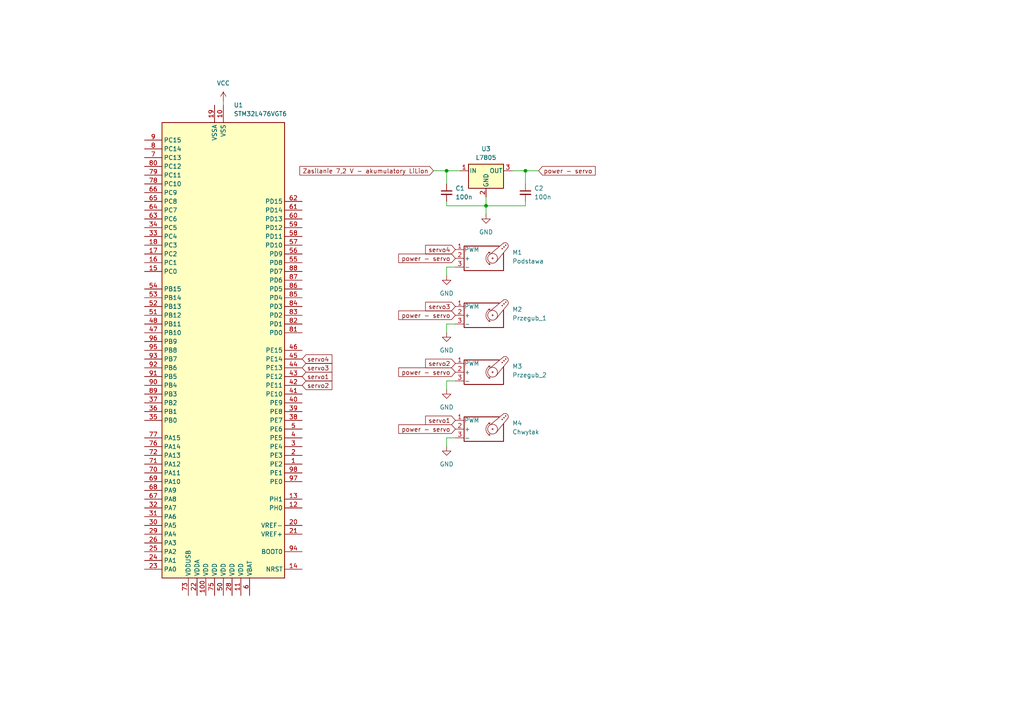
<source format=kicad_sch>
(kicad_sch
	(version 20231120)
	(generator "eeschema")
	(generator_version "8.0")
	(uuid "03375c7e-dd5f-4675-8d06-b46f5bcdbe53")
	(paper "A4")
	(lib_symbols
		(symbol "Device:C_Small"
			(pin_numbers hide)
			(pin_names
				(offset 0.254) hide)
			(exclude_from_sim no)
			(in_bom yes)
			(on_board yes)
			(property "Reference" "C"
				(at 0.254 1.778 0)
				(effects
					(font
						(size 1.27 1.27)
					)
					(justify left)
				)
			)
			(property "Value" "C_Small"
				(at 0.254 -2.032 0)
				(effects
					(font
						(size 1.27 1.27)
					)
					(justify left)
				)
			)
			(property "Footprint" ""
				(at 0 0 0)
				(effects
					(font
						(size 1.27 1.27)
					)
					(hide yes)
				)
			)
			(property "Datasheet" "~"
				(at 0 0 0)
				(effects
					(font
						(size 1.27 1.27)
					)
					(hide yes)
				)
			)
			(property "Description" "Unpolarized capacitor, small symbol"
				(at 0 0 0)
				(effects
					(font
						(size 1.27 1.27)
					)
					(hide yes)
				)
			)
			(property "ki_keywords" "capacitor cap"
				(at 0 0 0)
				(effects
					(font
						(size 1.27 1.27)
					)
					(hide yes)
				)
			)
			(property "ki_fp_filters" "C_*"
				(at 0 0 0)
				(effects
					(font
						(size 1.27 1.27)
					)
					(hide yes)
				)
			)
			(symbol "C_Small_0_1"
				(polyline
					(pts
						(xy -1.524 -0.508) (xy 1.524 -0.508)
					)
					(stroke
						(width 0.3302)
						(type default)
					)
					(fill
						(type none)
					)
				)
				(polyline
					(pts
						(xy -1.524 0.508) (xy 1.524 0.508)
					)
					(stroke
						(width 0.3048)
						(type default)
					)
					(fill
						(type none)
					)
				)
			)
			(symbol "C_Small_1_1"
				(pin passive line
					(at 0 2.54 270)
					(length 2.032)
					(name "~"
						(effects
							(font
								(size 1.27 1.27)
							)
						)
					)
					(number "1"
						(effects
							(font
								(size 1.27 1.27)
							)
						)
					)
				)
				(pin passive line
					(at 0 -2.54 90)
					(length 2.032)
					(name "~"
						(effects
							(font
								(size 1.27 1.27)
							)
						)
					)
					(number "2"
						(effects
							(font
								(size 1.27 1.27)
							)
						)
					)
				)
			)
		)
		(symbol "MCU_ST_STM32L4:STM32L476VGTx"
			(exclude_from_sim no)
			(in_bom yes)
			(on_board yes)
			(property "Reference" "U"
				(at -17.78 67.31 0)
				(effects
					(font
						(size 1.27 1.27)
					)
					(justify left)
				)
			)
			(property "Value" "STM32L476VGTx"
				(at 12.7 67.31 0)
				(effects
					(font
						(size 1.27 1.27)
					)
					(justify left)
				)
			)
			(property "Footprint" "Package_QFP:LQFP-100_14x14mm_P0.5mm"
				(at -17.78 -66.04 0)
				(effects
					(font
						(size 1.27 1.27)
					)
					(justify right)
					(hide yes)
				)
			)
			(property "Datasheet" "https://www.st.com/resource/en/datasheet/stm32l476vg.pdf"
				(at 0 0 0)
				(effects
					(font
						(size 1.27 1.27)
					)
					(hide yes)
				)
			)
			(property "Description" "STMicroelectronics Arm Cortex-M4 MCU, 1024KB flash, 128KB RAM, 80 MHz, 1.71-3.6V, 82 GPIO, LQFP100"
				(at 0 0 0)
				(effects
					(font
						(size 1.27 1.27)
					)
					(hide yes)
				)
			)
			(property "ki_locked" ""
				(at 0 0 0)
				(effects
					(font
						(size 1.27 1.27)
					)
				)
			)
			(property "ki_keywords" "Arm Cortex-M4 STM32L4 STM32L4x6"
				(at 0 0 0)
				(effects
					(font
						(size 1.27 1.27)
					)
					(hide yes)
				)
			)
			(property "ki_fp_filters" "LQFP*14x14mm*P0.5mm*"
				(at 0 0 0)
				(effects
					(font
						(size 1.27 1.27)
					)
					(hide yes)
				)
			)
			(symbol "STM32L476VGTx_0_1"
				(rectangle
					(start -17.78 -66.04)
					(end 17.78 66.04)
					(stroke
						(width 0.254)
						(type default)
					)
					(fill
						(type background)
					)
				)
			)
			(symbol "STM32L476VGTx_1_1"
				(pin bidirectional line
					(at -22.86 33.02 0)
					(length 5.08)
					(name "PE2"
						(effects
							(font
								(size 1.27 1.27)
							)
						)
					)
					(number "1"
						(effects
							(font
								(size 1.27 1.27)
							)
						)
					)
					(alternate "FMC_A23" bidirectional line)
					(alternate "LCD_SEG38" bidirectional line)
					(alternate "SAI1_MCLK_A" bidirectional line)
					(alternate "SYS_TRACECLK" bidirectional line)
					(alternate "TIM3_ETR" bidirectional line)
					(alternate "TSC_G7_IO1" bidirectional line)
				)
				(pin power_in line
					(at 0 -71.12 90)
					(length 5.08)
					(name "VSS"
						(effects
							(font
								(size 1.27 1.27)
							)
						)
					)
					(number "10"
						(effects
							(font
								(size 1.27 1.27)
							)
						)
					)
				)
				(pin power_in line
					(at 5.08 71.12 270)
					(length 5.08)
					(name "VDD"
						(effects
							(font
								(size 1.27 1.27)
							)
						)
					)
					(number "100"
						(effects
							(font
								(size 1.27 1.27)
							)
						)
					)
				)
				(pin power_in line
					(at -5.08 71.12 270)
					(length 5.08)
					(name "VDD"
						(effects
							(font
								(size 1.27 1.27)
							)
						)
					)
					(number "11"
						(effects
							(font
								(size 1.27 1.27)
							)
						)
					)
				)
				(pin bidirectional line
					(at -22.86 45.72 0)
					(length 5.08)
					(name "PH0"
						(effects
							(font
								(size 1.27 1.27)
							)
						)
					)
					(number "12"
						(effects
							(font
								(size 1.27 1.27)
							)
						)
					)
					(alternate "RCC_OSC_IN" bidirectional line)
				)
				(pin bidirectional line
					(at -22.86 43.18 0)
					(length 5.08)
					(name "PH1"
						(effects
							(font
								(size 1.27 1.27)
							)
						)
					)
					(number "13"
						(effects
							(font
								(size 1.27 1.27)
							)
						)
					)
					(alternate "RCC_OSC_OUT" bidirectional line)
				)
				(pin input line
					(at -22.86 63.5 0)
					(length 5.08)
					(name "NRST"
						(effects
							(font
								(size 1.27 1.27)
							)
						)
					)
					(number "14"
						(effects
							(font
								(size 1.27 1.27)
							)
						)
					)
				)
				(pin bidirectional line
					(at 22.86 -22.86 180)
					(length 5.08)
					(name "PC0"
						(effects
							(font
								(size 1.27 1.27)
							)
						)
					)
					(number "15"
						(effects
							(font
								(size 1.27 1.27)
							)
						)
					)
					(alternate "ADC1_IN1" bidirectional line)
					(alternate "ADC2_IN1" bidirectional line)
					(alternate "ADC3_IN1" bidirectional line)
					(alternate "DFSDM1_DATIN4" bidirectional line)
					(alternate "I2C3_SCL" bidirectional line)
					(alternate "LCD_SEG18" bidirectional line)
					(alternate "LPTIM1_IN1" bidirectional line)
					(alternate "LPTIM2_IN1" bidirectional line)
					(alternate "LPUART1_RX" bidirectional line)
				)
				(pin bidirectional line
					(at 22.86 -25.4 180)
					(length 5.08)
					(name "PC1"
						(effects
							(font
								(size 1.27 1.27)
							)
						)
					)
					(number "16"
						(effects
							(font
								(size 1.27 1.27)
							)
						)
					)
					(alternate "ADC1_IN2" bidirectional line)
					(alternate "ADC2_IN2" bidirectional line)
					(alternate "ADC3_IN2" bidirectional line)
					(alternate "DFSDM1_CKIN4" bidirectional line)
					(alternate "I2C3_SDA" bidirectional line)
					(alternate "LCD_SEG19" bidirectional line)
					(alternate "LPTIM1_OUT" bidirectional line)
					(alternate "LPUART1_TX" bidirectional line)
				)
				(pin bidirectional line
					(at 22.86 -27.94 180)
					(length 5.08)
					(name "PC2"
						(effects
							(font
								(size 1.27 1.27)
							)
						)
					)
					(number "17"
						(effects
							(font
								(size 1.27 1.27)
							)
						)
					)
					(alternate "ADC1_IN3" bidirectional line)
					(alternate "ADC2_IN3" bidirectional line)
					(alternate "ADC3_IN3" bidirectional line)
					(alternate "DFSDM1_CKOUT" bidirectional line)
					(alternate "LCD_SEG20" bidirectional line)
					(alternate "LPTIM1_IN2" bidirectional line)
					(alternate "SPI2_MISO" bidirectional line)
				)
				(pin bidirectional line
					(at 22.86 -30.48 180)
					(length 5.08)
					(name "PC3"
						(effects
							(font
								(size 1.27 1.27)
							)
						)
					)
					(number "18"
						(effects
							(font
								(size 1.27 1.27)
							)
						)
					)
					(alternate "ADC1_IN4" bidirectional line)
					(alternate "ADC2_IN4" bidirectional line)
					(alternate "ADC3_IN4" bidirectional line)
					(alternate "LCD_VLCD" bidirectional line)
					(alternate "LPTIM1_ETR" bidirectional line)
					(alternate "LPTIM2_ETR" bidirectional line)
					(alternate "SAI1_SD_A" bidirectional line)
					(alternate "SPI2_MOSI" bidirectional line)
				)
				(pin power_in line
					(at 2.54 -71.12 90)
					(length 5.08)
					(name "VSSA"
						(effects
							(font
								(size 1.27 1.27)
							)
						)
					)
					(number "19"
						(effects
							(font
								(size 1.27 1.27)
							)
						)
					)
				)
				(pin bidirectional line
					(at -22.86 30.48 0)
					(length 5.08)
					(name "PE3"
						(effects
							(font
								(size 1.27 1.27)
							)
						)
					)
					(number "2"
						(effects
							(font
								(size 1.27 1.27)
							)
						)
					)
					(alternate "FMC_A19" bidirectional line)
					(alternate "LCD_SEG39" bidirectional line)
					(alternate "SAI1_SD_B" bidirectional line)
					(alternate "SYS_TRACED0" bidirectional line)
					(alternate "TIM3_CH1" bidirectional line)
					(alternate "TSC_G7_IO2" bidirectional line)
				)
				(pin input line
					(at -22.86 50.8 0)
					(length 5.08)
					(name "VREF-"
						(effects
							(font
								(size 1.27 1.27)
							)
						)
					)
					(number "20"
						(effects
							(font
								(size 1.27 1.27)
							)
						)
					)
				)
				(pin input line
					(at -22.86 53.34 0)
					(length 5.08)
					(name "VREF+"
						(effects
							(font
								(size 1.27 1.27)
							)
						)
					)
					(number "21"
						(effects
							(font
								(size 1.27 1.27)
							)
						)
					)
					(alternate "VREFBUF_OUT" bidirectional line)
				)
				(pin power_in line
					(at 7.62 71.12 270)
					(length 5.08)
					(name "VDDA"
						(effects
							(font
								(size 1.27 1.27)
							)
						)
					)
					(number "22"
						(effects
							(font
								(size 1.27 1.27)
							)
						)
					)
				)
				(pin bidirectional line
					(at 22.86 63.5 180)
					(length 5.08)
					(name "PA0"
						(effects
							(font
								(size 1.27 1.27)
							)
						)
					)
					(number "23"
						(effects
							(font
								(size 1.27 1.27)
							)
						)
					)
					(alternate "ADC1_IN5" bidirectional line)
					(alternate "ADC2_IN5" bidirectional line)
					(alternate "OPAMP1_VINP" bidirectional line)
					(alternate "RTC_TAMP2" bidirectional line)
					(alternate "SAI1_EXTCLK" bidirectional line)
					(alternate "SYS_WKUP1" bidirectional line)
					(alternate "TIM2_CH1" bidirectional line)
					(alternate "TIM2_ETR" bidirectional line)
					(alternate "TIM5_CH1" bidirectional line)
					(alternate "TIM8_ETR" bidirectional line)
					(alternate "UART4_TX" bidirectional line)
					(alternate "USART2_CTS" bidirectional line)
				)
				(pin bidirectional line
					(at 22.86 60.96 180)
					(length 5.08)
					(name "PA1"
						(effects
							(font
								(size 1.27 1.27)
							)
						)
					)
					(number "24"
						(effects
							(font
								(size 1.27 1.27)
							)
						)
					)
					(alternate "ADC1_IN6" bidirectional line)
					(alternate "ADC2_IN6" bidirectional line)
					(alternate "LCD_SEG0" bidirectional line)
					(alternate "OPAMP1_VINM" bidirectional line)
					(alternate "TIM15_CH1N" bidirectional line)
					(alternate "TIM2_CH2" bidirectional line)
					(alternate "TIM5_CH2" bidirectional line)
					(alternate "UART4_RX" bidirectional line)
					(alternate "USART2_DE" bidirectional line)
					(alternate "USART2_RTS" bidirectional line)
				)
				(pin bidirectional line
					(at 22.86 58.42 180)
					(length 5.08)
					(name "PA2"
						(effects
							(font
								(size 1.27 1.27)
							)
						)
					)
					(number "25"
						(effects
							(font
								(size 1.27 1.27)
							)
						)
					)
					(alternate "ADC1_IN7" bidirectional line)
					(alternate "ADC2_IN7" bidirectional line)
					(alternate "LCD_SEG1" bidirectional line)
					(alternate "RCC_LSCO" bidirectional line)
					(alternate "SAI2_EXTCLK" bidirectional line)
					(alternate "SYS_WKUP4" bidirectional line)
					(alternate "TIM15_CH1" bidirectional line)
					(alternate "TIM2_CH3" bidirectional line)
					(alternate "TIM5_CH3" bidirectional line)
					(alternate "USART2_TX" bidirectional line)
				)
				(pin bidirectional line
					(at 22.86 55.88 180)
					(length 5.08)
					(name "PA3"
						(effects
							(font
								(size 1.27 1.27)
							)
						)
					)
					(number "26"
						(effects
							(font
								(size 1.27 1.27)
							)
						)
					)
					(alternate "ADC1_IN8" bidirectional line)
					(alternate "ADC2_IN8" bidirectional line)
					(alternate "LCD_SEG2" bidirectional line)
					(alternate "OPAMP1_VOUT" bidirectional line)
					(alternate "TIM15_CH2" bidirectional line)
					(alternate "TIM2_CH4" bidirectional line)
					(alternate "TIM5_CH4" bidirectional line)
					(alternate "USART2_RX" bidirectional line)
				)
				(pin passive line
					(at 0 -71.12 90)
					(length 5.08) hide
					(name "VSS"
						(effects
							(font
								(size 1.27 1.27)
							)
						)
					)
					(number "27"
						(effects
							(font
								(size 1.27 1.27)
							)
						)
					)
				)
				(pin power_in line
					(at -2.54 71.12 270)
					(length 5.08)
					(name "VDD"
						(effects
							(font
								(size 1.27 1.27)
							)
						)
					)
					(number "28"
						(effects
							(font
								(size 1.27 1.27)
							)
						)
					)
				)
				(pin bidirectional line
					(at 22.86 53.34 180)
					(length 5.08)
					(name "PA4"
						(effects
							(font
								(size 1.27 1.27)
							)
						)
					)
					(number "29"
						(effects
							(font
								(size 1.27 1.27)
							)
						)
					)
					(alternate "ADC1_IN9" bidirectional line)
					(alternate "ADC2_IN9" bidirectional line)
					(alternate "DAC1_OUT1" bidirectional line)
					(alternate "LPTIM2_OUT" bidirectional line)
					(alternate "SAI1_FS_B" bidirectional line)
					(alternate "SPI1_NSS" bidirectional line)
					(alternate "SPI3_NSS" bidirectional line)
					(alternate "USART2_CK" bidirectional line)
				)
				(pin bidirectional line
					(at -22.86 27.94 0)
					(length 5.08)
					(name "PE4"
						(effects
							(font
								(size 1.27 1.27)
							)
						)
					)
					(number "3"
						(effects
							(font
								(size 1.27 1.27)
							)
						)
					)
					(alternate "DFSDM1_DATIN3" bidirectional line)
					(alternate "FMC_A20" bidirectional line)
					(alternate "SAI1_FS_A" bidirectional line)
					(alternate "SYS_TRACED1" bidirectional line)
					(alternate "TIM3_CH2" bidirectional line)
					(alternate "TSC_G7_IO3" bidirectional line)
				)
				(pin bidirectional line
					(at 22.86 50.8 180)
					(length 5.08)
					(name "PA5"
						(effects
							(font
								(size 1.27 1.27)
							)
						)
					)
					(number "30"
						(effects
							(font
								(size 1.27 1.27)
							)
						)
					)
					(alternate "ADC1_IN10" bidirectional line)
					(alternate "ADC2_IN10" bidirectional line)
					(alternate "DAC1_OUT2" bidirectional line)
					(alternate "LPTIM2_ETR" bidirectional line)
					(alternate "SPI1_SCK" bidirectional line)
					(alternate "TIM2_CH1" bidirectional line)
					(alternate "TIM2_ETR" bidirectional line)
					(alternate "TIM8_CH1N" bidirectional line)
				)
				(pin bidirectional line
					(at 22.86 48.26 180)
					(length 5.08)
					(name "PA6"
						(effects
							(font
								(size 1.27 1.27)
							)
						)
					)
					(number "31"
						(effects
							(font
								(size 1.27 1.27)
							)
						)
					)
					(alternate "ADC1_IN11" bidirectional line)
					(alternate "ADC2_IN11" bidirectional line)
					(alternate "LCD_SEG3" bidirectional line)
					(alternate "OPAMP2_VINP" bidirectional line)
					(alternate "QUADSPI_BK1_IO3" bidirectional line)
					(alternate "SPI1_MISO" bidirectional line)
					(alternate "TIM16_CH1" bidirectional line)
					(alternate "TIM1_BKIN" bidirectional line)
					(alternate "TIM1_BKIN_COMP2" bidirectional line)
					(alternate "TIM3_CH1" bidirectional line)
					(alternate "TIM8_BKIN" bidirectional line)
					(alternate "TIM8_BKIN_COMP2" bidirectional line)
					(alternate "USART3_CTS" bidirectional line)
				)
				(pin bidirectional line
					(at 22.86 45.72 180)
					(length 5.08)
					(name "PA7"
						(effects
							(font
								(size 1.27 1.27)
							)
						)
					)
					(number "32"
						(effects
							(font
								(size 1.27 1.27)
							)
						)
					)
					(alternate "ADC1_IN12" bidirectional line)
					(alternate "ADC2_IN12" bidirectional line)
					(alternate "LCD_SEG4" bidirectional line)
					(alternate "OPAMP2_VINM" bidirectional line)
					(alternate "QUADSPI_BK1_IO2" bidirectional line)
					(alternate "SPI1_MOSI" bidirectional line)
					(alternate "TIM17_CH1" bidirectional line)
					(alternate "TIM1_CH1N" bidirectional line)
					(alternate "TIM3_CH2" bidirectional line)
					(alternate "TIM8_CH1N" bidirectional line)
				)
				(pin bidirectional line
					(at 22.86 -33.02 180)
					(length 5.08)
					(name "PC4"
						(effects
							(font
								(size 1.27 1.27)
							)
						)
					)
					(number "33"
						(effects
							(font
								(size 1.27 1.27)
							)
						)
					)
					(alternate "ADC1_IN13" bidirectional line)
					(alternate "ADC2_IN13" bidirectional line)
					(alternate "COMP1_INM" bidirectional line)
					(alternate "LCD_SEG22" bidirectional line)
					(alternate "USART3_TX" bidirectional line)
				)
				(pin bidirectional line
					(at 22.86 -35.56 180)
					(length 5.08)
					(name "PC5"
						(effects
							(font
								(size 1.27 1.27)
							)
						)
					)
					(number "34"
						(effects
							(font
								(size 1.27 1.27)
							)
						)
					)
					(alternate "ADC1_IN14" bidirectional line)
					(alternate "ADC2_IN14" bidirectional line)
					(alternate "COMP1_INP" bidirectional line)
					(alternate "LCD_SEG23" bidirectional line)
					(alternate "SYS_WKUP5" bidirectional line)
					(alternate "USART3_RX" bidirectional line)
				)
				(pin bidirectional line
					(at 22.86 20.32 180)
					(length 5.08)
					(name "PB0"
						(effects
							(font
								(size 1.27 1.27)
							)
						)
					)
					(number "35"
						(effects
							(font
								(size 1.27 1.27)
							)
						)
					)
					(alternate "ADC1_IN15" bidirectional line)
					(alternate "ADC2_IN15" bidirectional line)
					(alternate "COMP1_OUT" bidirectional line)
					(alternate "LCD_SEG5" bidirectional line)
					(alternate "OPAMP2_VOUT" bidirectional line)
					(alternate "QUADSPI_BK1_IO1" bidirectional line)
					(alternate "TIM1_CH2N" bidirectional line)
					(alternate "TIM3_CH3" bidirectional line)
					(alternate "TIM8_CH2N" bidirectional line)
					(alternate "USART3_CK" bidirectional line)
				)
				(pin bidirectional line
					(at 22.86 17.78 180)
					(length 5.08)
					(name "PB1"
						(effects
							(font
								(size 1.27 1.27)
							)
						)
					)
					(number "36"
						(effects
							(font
								(size 1.27 1.27)
							)
						)
					)
					(alternate "ADC1_IN16" bidirectional line)
					(alternate "ADC2_IN16" bidirectional line)
					(alternate "COMP1_INM" bidirectional line)
					(alternate "DFSDM1_DATIN0" bidirectional line)
					(alternate "LCD_SEG6" bidirectional line)
					(alternate "LPTIM2_IN1" bidirectional line)
					(alternate "QUADSPI_BK1_IO0" bidirectional line)
					(alternate "TIM1_CH3N" bidirectional line)
					(alternate "TIM3_CH4" bidirectional line)
					(alternate "TIM8_CH3N" bidirectional line)
					(alternate "USART3_DE" bidirectional line)
					(alternate "USART3_RTS" bidirectional line)
				)
				(pin bidirectional line
					(at 22.86 15.24 180)
					(length 5.08)
					(name "PB2"
						(effects
							(font
								(size 1.27 1.27)
							)
						)
					)
					(number "37"
						(effects
							(font
								(size 1.27 1.27)
							)
						)
					)
					(alternate "COMP1_INP" bidirectional line)
					(alternate "DFSDM1_CKIN0" bidirectional line)
					(alternate "I2C3_SMBA" bidirectional line)
					(alternate "LPTIM1_OUT" bidirectional line)
					(alternate "RTC_OUT_ALARM" bidirectional line)
					(alternate "RTC_OUT_CALIB" bidirectional line)
				)
				(pin bidirectional line
					(at -22.86 20.32 0)
					(length 5.08)
					(name "PE7"
						(effects
							(font
								(size 1.27 1.27)
							)
						)
					)
					(number "38"
						(effects
							(font
								(size 1.27 1.27)
							)
						)
					)
					(alternate "DFSDM1_DATIN2" bidirectional line)
					(alternate "FMC_D4" bidirectional line)
					(alternate "FMC_DA4" bidirectional line)
					(alternate "SAI1_SD_B" bidirectional line)
					(alternate "TIM1_ETR" bidirectional line)
				)
				(pin bidirectional line
					(at -22.86 17.78 0)
					(length 5.08)
					(name "PE8"
						(effects
							(font
								(size 1.27 1.27)
							)
						)
					)
					(number "39"
						(effects
							(font
								(size 1.27 1.27)
							)
						)
					)
					(alternate "DFSDM1_CKIN2" bidirectional line)
					(alternate "FMC_D5" bidirectional line)
					(alternate "FMC_DA5" bidirectional line)
					(alternate "SAI1_SCK_B" bidirectional line)
					(alternate "TIM1_CH1N" bidirectional line)
				)
				(pin bidirectional line
					(at -22.86 25.4 0)
					(length 5.08)
					(name "PE5"
						(effects
							(font
								(size 1.27 1.27)
							)
						)
					)
					(number "4"
						(effects
							(font
								(size 1.27 1.27)
							)
						)
					)
					(alternate "DFSDM1_CKIN3" bidirectional line)
					(alternate "FMC_A21" bidirectional line)
					(alternate "SAI1_SCK_A" bidirectional line)
					(alternate "SYS_TRACED2" bidirectional line)
					(alternate "TIM3_CH3" bidirectional line)
					(alternate "TSC_G7_IO4" bidirectional line)
				)
				(pin bidirectional line
					(at -22.86 15.24 0)
					(length 5.08)
					(name "PE9"
						(effects
							(font
								(size 1.27 1.27)
							)
						)
					)
					(number "40"
						(effects
							(font
								(size 1.27 1.27)
							)
						)
					)
					(alternate "DAC1_EXTI9" bidirectional line)
					(alternate "DFSDM1_CKOUT" bidirectional line)
					(alternate "FMC_D6" bidirectional line)
					(alternate "FMC_DA6" bidirectional line)
					(alternate "SAI1_FS_B" bidirectional line)
					(alternate "TIM1_CH1" bidirectional line)
				)
				(pin bidirectional line
					(at -22.86 12.7 0)
					(length 5.08)
					(name "PE10"
						(effects
							(font
								(size 1.27 1.27)
							)
						)
					)
					(number "41"
						(effects
							(font
								(size 1.27 1.27)
							)
						)
					)
					(alternate "DFSDM1_DATIN4" bidirectional line)
					(alternate "FMC_D7" bidirectional line)
					(alternate "FMC_DA7" bidirectional line)
					(alternate "QUADSPI_CLK" bidirectional line)
					(alternate "SAI1_MCLK_B" bidirectional line)
					(alternate "TIM1_CH2N" bidirectional line)
					(alternate "TSC_G5_IO1" bidirectional line)
				)
				(pin bidirectional line
					(at -22.86 10.16 0)
					(length 5.08)
					(name "PE11"
						(effects
							(font
								(size 1.27 1.27)
							)
						)
					)
					(number "42"
						(effects
							(font
								(size 1.27 1.27)
							)
						)
					)
					(alternate "ADC1_EXTI11" bidirectional line)
					(alternate "ADC2_EXTI11" bidirectional line)
					(alternate "ADC3_EXTI11" bidirectional line)
					(alternate "DFSDM1_CKIN4" bidirectional line)
					(alternate "FMC_D8" bidirectional line)
					(alternate "FMC_DA8" bidirectional line)
					(alternate "QUADSPI_NCS" bidirectional line)
					(alternate "TIM1_CH2" bidirectional line)
					(alternate "TSC_G5_IO2" bidirectional line)
				)
				(pin bidirectional line
					(at -22.86 7.62 0)
					(length 5.08)
					(name "PE12"
						(effects
							(font
								(size 1.27 1.27)
							)
						)
					)
					(number "43"
						(effects
							(font
								(size 1.27 1.27)
							)
						)
					)
					(alternate "DFSDM1_DATIN5" bidirectional line)
					(alternate "FMC_D9" bidirectional line)
					(alternate "FMC_DA9" bidirectional line)
					(alternate "QUADSPI_BK1_IO0" bidirectional line)
					(alternate "SPI1_NSS" bidirectional line)
					(alternate "TIM1_CH3N" bidirectional line)
					(alternate "TSC_G5_IO3" bidirectional line)
				)
				(pin bidirectional line
					(at -22.86 5.08 0)
					(length 5.08)
					(name "PE13"
						(effects
							(font
								(size 1.27 1.27)
							)
						)
					)
					(number "44"
						(effects
							(font
								(size 1.27 1.27)
							)
						)
					)
					(alternate "DFSDM1_CKIN5" bidirectional line)
					(alternate "FMC_D10" bidirectional line)
					(alternate "FMC_DA10" bidirectional line)
					(alternate "QUADSPI_BK1_IO1" bidirectional line)
					(alternate "SPI1_SCK" bidirectional line)
					(alternate "TIM1_CH3" bidirectional line)
					(alternate "TSC_G5_IO4" bidirectional line)
				)
				(pin bidirectional line
					(at -22.86 2.54 0)
					(length 5.08)
					(name "PE14"
						(effects
							(font
								(size 1.27 1.27)
							)
						)
					)
					(number "45"
						(effects
							(font
								(size 1.27 1.27)
							)
						)
					)
					(alternate "FMC_D11" bidirectional line)
					(alternate "FMC_DA11" bidirectional line)
					(alternate "QUADSPI_BK1_IO2" bidirectional line)
					(alternate "SPI1_MISO" bidirectional line)
					(alternate "TIM1_BKIN2" bidirectional line)
					(alternate "TIM1_BKIN2_COMP2" bidirectional line)
					(alternate "TIM1_CH4" bidirectional line)
				)
				(pin bidirectional line
					(at -22.86 0 0)
					(length 5.08)
					(name "PE15"
						(effects
							(font
								(size 1.27 1.27)
							)
						)
					)
					(number "46"
						(effects
							(font
								(size 1.27 1.27)
							)
						)
					)
					(alternate "ADC1_EXTI15" bidirectional line)
					(alternate "ADC2_EXTI15" bidirectional line)
					(alternate "ADC3_EXTI15" bidirectional line)
					(alternate "FMC_D12" bidirectional line)
					(alternate "FMC_DA12" bidirectional line)
					(alternate "QUADSPI_BK1_IO3" bidirectional line)
					(alternate "SPI1_MOSI" bidirectional line)
					(alternate "TIM1_BKIN" bidirectional line)
					(alternate "TIM1_BKIN_COMP1" bidirectional line)
				)
				(pin bidirectional line
					(at 22.86 -5.08 180)
					(length 5.08)
					(name "PB10"
						(effects
							(font
								(size 1.27 1.27)
							)
						)
					)
					(number "47"
						(effects
							(font
								(size 1.27 1.27)
							)
						)
					)
					(alternate "COMP1_OUT" bidirectional line)
					(alternate "DFSDM1_DATIN7" bidirectional line)
					(alternate "I2C2_SCL" bidirectional line)
					(alternate "LCD_SEG10" bidirectional line)
					(alternate "LPUART1_RX" bidirectional line)
					(alternate "QUADSPI_CLK" bidirectional line)
					(alternate "SAI1_SCK_A" bidirectional line)
					(alternate "SPI2_SCK" bidirectional line)
					(alternate "TIM2_CH3" bidirectional line)
					(alternate "USART3_TX" bidirectional line)
				)
				(pin bidirectional line
					(at 22.86 -7.62 180)
					(length 5.08)
					(name "PB11"
						(effects
							(font
								(size 1.27 1.27)
							)
						)
					)
					(number "48"
						(effects
							(font
								(size 1.27 1.27)
							)
						)
					)
					(alternate "ADC1_EXTI11" bidirectional line)
					(alternate "ADC2_EXTI11" bidirectional line)
					(alternate "ADC3_EXTI11" bidirectional line)
					(alternate "COMP2_OUT" bidirectional line)
					(alternate "DFSDM1_CKIN7" bidirectional line)
					(alternate "I2C2_SDA" bidirectional line)
					(alternate "LCD_SEG11" bidirectional line)
					(alternate "LPUART1_TX" bidirectional line)
					(alternate "QUADSPI_NCS" bidirectional line)
					(alternate "TIM2_CH4" bidirectional line)
					(alternate "USART3_RX" bidirectional line)
				)
				(pin passive line
					(at 0 -71.12 90)
					(length 5.08) hide
					(name "VSS"
						(effects
							(font
								(size 1.27 1.27)
							)
						)
					)
					(number "49"
						(effects
							(font
								(size 1.27 1.27)
							)
						)
					)
				)
				(pin bidirectional line
					(at -22.86 22.86 0)
					(length 5.08)
					(name "PE6"
						(effects
							(font
								(size 1.27 1.27)
							)
						)
					)
					(number "5"
						(effects
							(font
								(size 1.27 1.27)
							)
						)
					)
					(alternate "FMC_A22" bidirectional line)
					(alternate "RTC_TAMP3" bidirectional line)
					(alternate "SAI1_SD_A" bidirectional line)
					(alternate "SYS_TRACED3" bidirectional line)
					(alternate "SYS_WKUP3" bidirectional line)
					(alternate "TIM3_CH4" bidirectional line)
				)
				(pin power_in line
					(at 0 71.12 270)
					(length 5.08)
					(name "VDD"
						(effects
							(font
								(size 1.27 1.27)
							)
						)
					)
					(number "50"
						(effects
							(font
								(size 1.27 1.27)
							)
						)
					)
				)
				(pin bidirectional line
					(at 22.86 -10.16 180)
					(length 5.08)
					(name "PB12"
						(effects
							(font
								(size 1.27 1.27)
							)
						)
					)
					(number "51"
						(effects
							(font
								(size 1.27 1.27)
							)
						)
					)
					(alternate "DFSDM1_DATIN1" bidirectional line)
					(alternate "I2C2_SMBA" bidirectional line)
					(alternate "LCD_SEG12" bidirectional line)
					(alternate "LPUART1_DE" bidirectional line)
					(alternate "LPUART1_RTS" bidirectional line)
					(alternate "SAI2_FS_A" bidirectional line)
					(alternate "SPI2_NSS" bidirectional line)
					(alternate "SWPMI1_IO" bidirectional line)
					(alternate "TIM15_BKIN" bidirectional line)
					(alternate "TIM1_BKIN" bidirectional line)
					(alternate "TIM1_BKIN_COMP2" bidirectional line)
					(alternate "TSC_G1_IO1" bidirectional line)
					(alternate "USART3_CK" bidirectional line)
				)
				(pin bidirectional line
					(at 22.86 -12.7 180)
					(length 5.08)
					(name "PB13"
						(effects
							(font
								(size 1.27 1.27)
							)
						)
					)
					(number "52"
						(effects
							(font
								(size 1.27 1.27)
							)
						)
					)
					(alternate "DFSDM1_CKIN1" bidirectional line)
					(alternate "I2C2_SCL" bidirectional line)
					(alternate "LCD_SEG13" bidirectional line)
					(alternate "LPUART1_CTS" bidirectional line)
					(alternate "SAI2_SCK_A" bidirectional line)
					(alternate "SPI2_SCK" bidirectional line)
					(alternate "SWPMI1_TX" bidirectional line)
					(alternate "TIM15_CH1N" bidirectional line)
					(alternate "TIM1_CH1N" bidirectional line)
					(alternate "TSC_G1_IO2" bidirectional line)
					(alternate "USART3_CTS" bidirectional line)
				)
				(pin bidirectional line
					(at 22.86 -15.24 180)
					(length 5.08)
					(name "PB14"
						(effects
							(font
								(size 1.27 1.27)
							)
						)
					)
					(number "53"
						(effects
							(font
								(size 1.27 1.27)
							)
						)
					)
					(alternate "DFSDM1_DATIN2" bidirectional line)
					(alternate "I2C2_SDA" bidirectional line)
					(alternate "LCD_SEG14" bidirectional line)
					(alternate "SAI2_MCLK_A" bidirectional line)
					(alternate "SPI2_MISO" bidirectional line)
					(alternate "SWPMI1_RX" bidirectional line)
					(alternate "TIM15_CH1" bidirectional line)
					(alternate "TIM1_CH2N" bidirectional line)
					(alternate "TIM8_CH2N" bidirectional line)
					(alternate "TSC_G1_IO3" bidirectional line)
					(alternate "USART3_DE" bidirectional line)
					(alternate "USART3_RTS" bidirectional line)
				)
				(pin bidirectional line
					(at 22.86 -17.78 180)
					(length 5.08)
					(name "PB15"
						(effects
							(font
								(size 1.27 1.27)
							)
						)
					)
					(number "54"
						(effects
							(font
								(size 1.27 1.27)
							)
						)
					)
					(alternate "ADC1_EXTI15" bidirectional line)
					(alternate "ADC2_EXTI15" bidirectional line)
					(alternate "ADC3_EXTI15" bidirectional line)
					(alternate "DFSDM1_CKIN2" bidirectional line)
					(alternate "LCD_SEG15" bidirectional line)
					(alternate "RTC_REFIN" bidirectional line)
					(alternate "SAI2_SD_A" bidirectional line)
					(alternate "SPI2_MOSI" bidirectional line)
					(alternate "SWPMI1_SUSPEND" bidirectional line)
					(alternate "TIM15_CH2" bidirectional line)
					(alternate "TIM1_CH3N" bidirectional line)
					(alternate "TIM8_CH3N" bidirectional line)
					(alternate "TSC_G1_IO4" bidirectional line)
				)
				(pin bidirectional line
					(at -22.86 -25.4 0)
					(length 5.08)
					(name "PD8"
						(effects
							(font
								(size 1.27 1.27)
							)
						)
					)
					(number "55"
						(effects
							(font
								(size 1.27 1.27)
							)
						)
					)
					(alternate "FMC_D13" bidirectional line)
					(alternate "FMC_DA13" bidirectional line)
					(alternate "LCD_SEG28" bidirectional line)
					(alternate "USART3_TX" bidirectional line)
				)
				(pin bidirectional line
					(at -22.86 -27.94 0)
					(length 5.08)
					(name "PD9"
						(effects
							(font
								(size 1.27 1.27)
							)
						)
					)
					(number "56"
						(effects
							(font
								(size 1.27 1.27)
							)
						)
					)
					(alternate "DAC1_EXTI9" bidirectional line)
					(alternate "FMC_D14" bidirectional line)
					(alternate "FMC_DA14" bidirectional line)
					(alternate "LCD_SEG29" bidirectional line)
					(alternate "SAI2_MCLK_A" bidirectional line)
					(alternate "USART3_RX" bidirectional line)
				)
				(pin bidirectional line
					(at -22.86 -30.48 0)
					(length 5.08)
					(name "PD10"
						(effects
							(font
								(size 1.27 1.27)
							)
						)
					)
					(number "57"
						(effects
							(font
								(size 1.27 1.27)
							)
						)
					)
					(alternate "FMC_D15" bidirectional line)
					(alternate "FMC_DA15" bidirectional line)
					(alternate "LCD_SEG30" bidirectional line)
					(alternate "SAI2_SCK_A" bidirectional line)
					(alternate "TSC_G6_IO1" bidirectional line)
					(alternate "USART3_CK" bidirectional line)
				)
				(pin bidirectional line
					(at -22.86 -33.02 0)
					(length 5.08)
					(name "PD11"
						(effects
							(font
								(size 1.27 1.27)
							)
						)
					)
					(number "58"
						(effects
							(font
								(size 1.27 1.27)
							)
						)
					)
					(alternate "ADC1_EXTI11" bidirectional line)
					(alternate "ADC2_EXTI11" bidirectional line)
					(alternate "ADC3_EXTI11" bidirectional line)
					(alternate "FMC_A16" bidirectional line)
					(alternate "FMC_CLE" bidirectional line)
					(alternate "LCD_SEG31" bidirectional line)
					(alternate "LPTIM2_ETR" bidirectional line)
					(alternate "SAI2_SD_A" bidirectional line)
					(alternate "TSC_G6_IO2" bidirectional line)
					(alternate "USART3_CTS" bidirectional line)
				)
				(pin bidirectional line
					(at -22.86 -35.56 0)
					(length 5.08)
					(name "PD12"
						(effects
							(font
								(size 1.27 1.27)
							)
						)
					)
					(number "59"
						(effects
							(font
								(size 1.27 1.27)
							)
						)
					)
					(alternate "FMC_A17" bidirectional line)
					(alternate "FMC_ALE" bidirectional line)
					(alternate "LCD_SEG32" bidirectional line)
					(alternate "LPTIM2_IN1" bidirectional line)
					(alternate "SAI2_FS_A" bidirectional line)
					(alternate "TIM4_CH1" bidirectional line)
					(alternate "TSC_G6_IO3" bidirectional line)
					(alternate "USART3_DE" bidirectional line)
					(alternate "USART3_RTS" bidirectional line)
				)
				(pin power_in line
					(at -7.62 71.12 270)
					(length 5.08)
					(name "VBAT"
						(effects
							(font
								(size 1.27 1.27)
							)
						)
					)
					(number "6"
						(effects
							(font
								(size 1.27 1.27)
							)
						)
					)
				)
				(pin bidirectional line
					(at -22.86 -38.1 0)
					(length 5.08)
					(name "PD13"
						(effects
							(font
								(size 1.27 1.27)
							)
						)
					)
					(number "60"
						(effects
							(font
								(size 1.27 1.27)
							)
						)
					)
					(alternate "FMC_A18" bidirectional line)
					(alternate "LCD_SEG33" bidirectional line)
					(alternate "LPTIM2_OUT" bidirectional line)
					(alternate "TIM4_CH2" bidirectional line)
					(alternate "TSC_G6_IO4" bidirectional line)
				)
				(pin bidirectional line
					(at -22.86 -40.64 0)
					(length 5.08)
					(name "PD14"
						(effects
							(font
								(size 1.27 1.27)
							)
						)
					)
					(number "61"
						(effects
							(font
								(size 1.27 1.27)
							)
						)
					)
					(alternate "FMC_D0" bidirectional line)
					(alternate "FMC_DA0" bidirectional line)
					(alternate "LCD_SEG34" bidirectional line)
					(alternate "TIM4_CH3" bidirectional line)
				)
				(pin bidirectional line
					(at -22.86 -43.18 0)
					(length 5.08)
					(name "PD15"
						(effects
							(font
								(size 1.27 1.27)
							)
						)
					)
					(number "62"
						(effects
							(font
								(size 1.27 1.27)
							)
						)
					)
					(alternate "ADC1_EXTI15" bidirectional line)
					(alternate "ADC2_EXTI15" bidirectional line)
					(alternate "ADC3_EXTI15" bidirectional line)
					(alternate "FMC_D1" bidirectional line)
					(alternate "FMC_DA1" bidirectional line)
					(alternate "LCD_SEG35" bidirectional line)
					(alternate "TIM4_CH4" bidirectional line)
				)
				(pin bidirectional line
					(at 22.86 -38.1 180)
					(length 5.08)
					(name "PC6"
						(effects
							(font
								(size 1.27 1.27)
							)
						)
					)
					(number "63"
						(effects
							(font
								(size 1.27 1.27)
							)
						)
					)
					(alternate "DFSDM1_CKIN3" bidirectional line)
					(alternate "LCD_SEG24" bidirectional line)
					(alternate "SAI2_MCLK_A" bidirectional line)
					(alternate "SDMMC1_D6" bidirectional line)
					(alternate "TIM3_CH1" bidirectional line)
					(alternate "TIM8_CH1" bidirectional line)
					(alternate "TSC_G4_IO1" bidirectional line)
				)
				(pin bidirectional line
					(at 22.86 -40.64 180)
					(length 5.08)
					(name "PC7"
						(effects
							(font
								(size 1.27 1.27)
							)
						)
					)
					(number "64"
						(effects
							(font
								(size 1.27 1.27)
							)
						)
					)
					(alternate "DFSDM1_DATIN3" bidirectional line)
					(alternate "LCD_SEG25" bidirectional line)
					(alternate "SAI2_MCLK_B" bidirectional line)
					(alternate "SDMMC1_D7" bidirectional line)
					(alternate "TIM3_CH2" bidirectional line)
					(alternate "TIM8_CH2" bidirectional line)
					(alternate "TSC_G4_IO2" bidirectional line)
				)
				(pin bidirectional line
					(at 22.86 -43.18 180)
					(length 5.08)
					(name "PC8"
						(effects
							(font
								(size 1.27 1.27)
							)
						)
					)
					(number "65"
						(effects
							(font
								(size 1.27 1.27)
							)
						)
					)
					(alternate "LCD_SEG26" bidirectional line)
					(alternate "SDMMC1_D0" bidirectional line)
					(alternate "TIM3_CH3" bidirectional line)
					(alternate "TIM8_CH3" bidirectional line)
					(alternate "TSC_G4_IO3" bidirectional line)
				)
				(pin bidirectional line
					(at 22.86 -45.72 180)
					(length 5.08)
					(name "PC9"
						(effects
							(font
								(size 1.27 1.27)
							)
						)
					)
					(number "66"
						(effects
							(font
								(size 1.27 1.27)
							)
						)
					)
					(alternate "DAC1_EXTI9" bidirectional line)
					(alternate "LCD_SEG27" bidirectional line)
					(alternate "SAI2_EXTCLK" bidirectional line)
					(alternate "SDMMC1_D1" bidirectional line)
					(alternate "TIM3_CH4" bidirectional line)
					(alternate "TIM8_BKIN2" bidirectional line)
					(alternate "TIM8_BKIN2_COMP1" bidirectional line)
					(alternate "TIM8_CH4" bidirectional line)
					(alternate "TSC_G4_IO4" bidirectional line)
					(alternate "USB_OTG_FS_NOE" bidirectional line)
				)
				(pin bidirectional line
					(at 22.86 43.18 180)
					(length 5.08)
					(name "PA8"
						(effects
							(font
								(size 1.27 1.27)
							)
						)
					)
					(number "67"
						(effects
							(font
								(size 1.27 1.27)
							)
						)
					)
					(alternate "LCD_COM0" bidirectional line)
					(alternate "LPTIM2_OUT" bidirectional line)
					(alternate "RCC_MCO" bidirectional line)
					(alternate "TIM1_CH1" bidirectional line)
					(alternate "USART1_CK" bidirectional line)
					(alternate "USB_OTG_FS_SOF" bidirectional line)
				)
				(pin bidirectional line
					(at 22.86 40.64 180)
					(length 5.08)
					(name "PA9"
						(effects
							(font
								(size 1.27 1.27)
							)
						)
					)
					(number "68"
						(effects
							(font
								(size 1.27 1.27)
							)
						)
					)
					(alternate "DAC1_EXTI9" bidirectional line)
					(alternate "LCD_COM1" bidirectional line)
					(alternate "TIM15_BKIN" bidirectional line)
					(alternate "TIM1_CH2" bidirectional line)
					(alternate "USART1_TX" bidirectional line)
					(alternate "USB_OTG_FS_VBUS" bidirectional line)
				)
				(pin bidirectional line
					(at 22.86 38.1 180)
					(length 5.08)
					(name "PA10"
						(effects
							(font
								(size 1.27 1.27)
							)
						)
					)
					(number "69"
						(effects
							(font
								(size 1.27 1.27)
							)
						)
					)
					(alternate "LCD_COM2" bidirectional line)
					(alternate "TIM17_BKIN" bidirectional line)
					(alternate "TIM1_CH3" bidirectional line)
					(alternate "USART1_RX" bidirectional line)
					(alternate "USB_OTG_FS_ID" bidirectional line)
				)
				(pin bidirectional line
					(at 22.86 -55.88 180)
					(length 5.08)
					(name "PC13"
						(effects
							(font
								(size 1.27 1.27)
							)
						)
					)
					(number "7"
						(effects
							(font
								(size 1.27 1.27)
							)
						)
					)
					(alternate "RTC_OUT_ALARM" bidirectional line)
					(alternate "RTC_OUT_CALIB" bidirectional line)
					(alternate "RTC_TAMP1" bidirectional line)
					(alternate "RTC_TS" bidirectional line)
					(alternate "SYS_WKUP2" bidirectional line)
				)
				(pin bidirectional line
					(at 22.86 35.56 180)
					(length 5.08)
					(name "PA11"
						(effects
							(font
								(size 1.27 1.27)
							)
						)
					)
					(number "70"
						(effects
							(font
								(size 1.27 1.27)
							)
						)
					)
					(alternate "ADC1_EXTI11" bidirectional line)
					(alternate "ADC2_EXTI11" bidirectional line)
					(alternate "ADC3_EXTI11" bidirectional line)
					(alternate "CAN1_RX" bidirectional line)
					(alternate "TIM1_BKIN2" bidirectional line)
					(alternate "TIM1_BKIN2_COMP1" bidirectional line)
					(alternate "TIM1_CH4" bidirectional line)
					(alternate "USART1_CTS" bidirectional line)
					(alternate "USB_OTG_FS_DM" bidirectional line)
				)
				(pin bidirectional line
					(at 22.86 33.02 180)
					(length 5.08)
					(name "PA12"
						(effects
							(font
								(size 1.27 1.27)
							)
						)
					)
					(number "71"
						(effects
							(font
								(size 1.27 1.27)
							)
						)
					)
					(alternate "CAN1_TX" bidirectional line)
					(alternate "TIM1_ETR" bidirectional line)
					(alternate "USART1_DE" bidirectional line)
					(alternate "USART1_RTS" bidirectional line)
					(alternate "USB_OTG_FS_DP" bidirectional line)
				)
				(pin bidirectional line
					(at 22.86 30.48 180)
					(length 5.08)
					(name "PA13"
						(effects
							(font
								(size 1.27 1.27)
							)
						)
					)
					(number "72"
						(effects
							(font
								(size 1.27 1.27)
							)
						)
					)
					(alternate "IR_OUT" bidirectional line)
					(alternate "SYS_JTMS-SWDIO" bidirectional line)
					(alternate "USB_OTG_FS_NOE" bidirectional line)
				)
				(pin power_in line
					(at 10.16 71.12 270)
					(length 5.08)
					(name "VDDUSB"
						(effects
							(font
								(size 1.27 1.27)
							)
						)
					)
					(number "73"
						(effects
							(font
								(size 1.27 1.27)
							)
						)
					)
				)
				(pin passive line
					(at 0 -71.12 90)
					(length 5.08) hide
					(name "VSS"
						(effects
							(font
								(size 1.27 1.27)
							)
						)
					)
					(number "74"
						(effects
							(font
								(size 1.27 1.27)
							)
						)
					)
				)
				(pin power_in line
					(at 2.54 71.12 270)
					(length 5.08)
					(name "VDD"
						(effects
							(font
								(size 1.27 1.27)
							)
						)
					)
					(number "75"
						(effects
							(font
								(size 1.27 1.27)
							)
						)
					)
				)
				(pin bidirectional line
					(at 22.86 27.94 180)
					(length 5.08)
					(name "PA14"
						(effects
							(font
								(size 1.27 1.27)
							)
						)
					)
					(number "76"
						(effects
							(font
								(size 1.27 1.27)
							)
						)
					)
					(alternate "SYS_JTCK-SWCLK" bidirectional line)
				)
				(pin bidirectional line
					(at 22.86 25.4 180)
					(length 5.08)
					(name "PA15"
						(effects
							(font
								(size 1.27 1.27)
							)
						)
					)
					(number "77"
						(effects
							(font
								(size 1.27 1.27)
							)
						)
					)
					(alternate "ADC1_EXTI15" bidirectional line)
					(alternate "ADC2_EXTI15" bidirectional line)
					(alternate "ADC3_EXTI15" bidirectional line)
					(alternate "LCD_SEG17" bidirectional line)
					(alternate "SAI2_FS_B" bidirectional line)
					(alternate "SPI1_NSS" bidirectional line)
					(alternate "SPI3_NSS" bidirectional line)
					(alternate "SYS_JTDI" bidirectional line)
					(alternate "TIM2_CH1" bidirectional line)
					(alternate "TIM2_ETR" bidirectional line)
					(alternate "TSC_G3_IO1" bidirectional line)
					(alternate "UART4_DE" bidirectional line)
					(alternate "UART4_RTS" bidirectional line)
				)
				(pin bidirectional line
					(at 22.86 -48.26 180)
					(length 5.08)
					(name "PC10"
						(effects
							(font
								(size 1.27 1.27)
							)
						)
					)
					(number "78"
						(effects
							(font
								(size 1.27 1.27)
							)
						)
					)
					(alternate "LCD_COM4" bidirectional line)
					(alternate "LCD_SEG28" bidirectional line)
					(alternate "LCD_SEG40" bidirectional line)
					(alternate "SAI2_SCK_B" bidirectional line)
					(alternate "SDMMC1_D2" bidirectional line)
					(alternate "SPI3_SCK" bidirectional line)
					(alternate "TSC_G3_IO2" bidirectional line)
					(alternate "UART4_TX" bidirectional line)
					(alternate "USART3_TX" bidirectional line)
				)
				(pin bidirectional line
					(at 22.86 -50.8 180)
					(length 5.08)
					(name "PC11"
						(effects
							(font
								(size 1.27 1.27)
							)
						)
					)
					(number "79"
						(effects
							(font
								(size 1.27 1.27)
							)
						)
					)
					(alternate "ADC1_EXTI11" bidirectional line)
					(alternate "ADC2_EXTI11" bidirectional line)
					(alternate "ADC3_EXTI11" bidirectional line)
					(alternate "LCD_COM5" bidirectional line)
					(alternate "LCD_SEG29" bidirectional line)
					(alternate "LCD_SEG41" bidirectional line)
					(alternate "SAI2_MCLK_B" bidirectional line)
					(alternate "SDMMC1_D3" bidirectional line)
					(alternate "SPI3_MISO" bidirectional line)
					(alternate "TSC_G3_IO3" bidirectional line)
					(alternate "UART4_RX" bidirectional line)
					(alternate "USART3_RX" bidirectional line)
				)
				(pin bidirectional line
					(at 22.86 -58.42 180)
					(length 5.08)
					(name "PC14"
						(effects
							(font
								(size 1.27 1.27)
							)
						)
					)
					(number "8"
						(effects
							(font
								(size 1.27 1.27)
							)
						)
					)
					(alternate "RCC_OSC32_IN" bidirectional line)
				)
				(pin bidirectional line
					(at 22.86 -53.34 180)
					(length 5.08)
					(name "PC12"
						(effects
							(font
								(size 1.27 1.27)
							)
						)
					)
					(number "80"
						(effects
							(font
								(size 1.27 1.27)
							)
						)
					)
					(alternate "LCD_COM6" bidirectional line)
					(alternate "LCD_SEG30" bidirectional line)
					(alternate "LCD_SEG42" bidirectional line)
					(alternate "SAI2_SD_B" bidirectional line)
					(alternate "SDMMC1_CK" bidirectional line)
					(alternate "SPI3_MOSI" bidirectional line)
					(alternate "TSC_G3_IO4" bidirectional line)
					(alternate "UART5_TX" bidirectional line)
					(alternate "USART3_CK" bidirectional line)
				)
				(pin bidirectional line
					(at -22.86 -5.08 0)
					(length 5.08)
					(name "PD0"
						(effects
							(font
								(size 1.27 1.27)
							)
						)
					)
					(number "81"
						(effects
							(font
								(size 1.27 1.27)
							)
						)
					)
					(alternate "CAN1_RX" bidirectional line)
					(alternate "DFSDM1_DATIN7" bidirectional line)
					(alternate "FMC_D2" bidirectional line)
					(alternate "FMC_DA2" bidirectional line)
					(alternate "SPI2_NSS" bidirectional line)
				)
				(pin bidirectional line
					(at -22.86 -7.62 0)
					(length 5.08)
					(name "PD1"
						(effects
							(font
								(size 1.27 1.27)
							)
						)
					)
					(number "82"
						(effects
							(font
								(size 1.27 1.27)
							)
						)
					)
					(alternate "CAN1_TX" bidirectional line)
					(alternate "DFSDM1_CKIN7" bidirectional line)
					(alternate "FMC_D3" bidirectional line)
					(alternate "FMC_DA3" bidirectional line)
					(alternate "SPI2_SCK" bidirectional line)
				)
				(pin bidirectional line
					(at -22.86 -10.16 0)
					(length 5.08)
					(name "PD2"
						(effects
							(font
								(size 1.27 1.27)
							)
						)
					)
					(number "83"
						(effects
							(font
								(size 1.27 1.27)
							)
						)
					)
					(alternate "LCD_COM7" bidirectional line)
					(alternate "LCD_SEG31" bidirectional line)
					(alternate "LCD_SEG43" bidirectional line)
					(alternate "SDMMC1_CMD" bidirectional line)
					(alternate "TIM3_ETR" bidirectional line)
					(alternate "TSC_SYNC" bidirectional line)
					(alternate "UART5_RX" bidirectional line)
					(alternate "USART3_DE" bidirectional line)
					(alternate "USART3_RTS" bidirectional line)
				)
				(pin bidirectional line
					(at -22.86 -12.7 0)
					(length 5.08)
					(name "PD3"
						(effects
							(font
								(size 1.27 1.27)
							)
						)
					)
					(number "84"
						(effects
							(font
								(size 1.27 1.27)
							)
						)
					)
					(alternate "DFSDM1_DATIN0" bidirectional line)
					(alternate "FMC_CLK" bidirectional line)
					(alternate "SPI2_MISO" bidirectional line)
					(alternate "USART2_CTS" bidirectional line)
				)
				(pin bidirectional line
					(at -22.86 -15.24 0)
					(length 5.08)
					(name "PD4"
						(effects
							(font
								(size 1.27 1.27)
							)
						)
					)
					(number "85"
						(effects
							(font
								(size 1.27 1.27)
							)
						)
					)
					(alternate "DFSDM1_CKIN0" bidirectional line)
					(alternate "FMC_NOE" bidirectional line)
					(alternate "SPI2_MOSI" bidirectional line)
					(alternate "USART2_DE" bidirectional line)
					(alternate "USART2_RTS" bidirectional line)
				)
				(pin bidirectional line
					(at -22.86 -17.78 0)
					(length 5.08)
					(name "PD5"
						(effects
							(font
								(size 1.27 1.27)
							)
						)
					)
					(number "86"
						(effects
							(font
								(size 1.27 1.27)
							)
						)
					)
					(alternate "FMC_NWE" bidirectional line)
					(alternate "USART2_TX" bidirectional line)
				)
				(pin bidirectional line
					(at -22.86 -20.32 0)
					(length 5.08)
					(name "PD6"
						(effects
							(font
								(size 1.27 1.27)
							)
						)
					)
					(number "87"
						(effects
							(font
								(size 1.27 1.27)
							)
						)
					)
					(alternate "DFSDM1_DATIN1" bidirectional line)
					(alternate "FMC_NWAIT" bidirectional line)
					(alternate "SAI1_SD_A" bidirectional line)
					(alternate "USART2_RX" bidirectional line)
				)
				(pin bidirectional line
					(at -22.86 -22.86 0)
					(length 5.08)
					(name "PD7"
						(effects
							(font
								(size 1.27 1.27)
							)
						)
					)
					(number "88"
						(effects
							(font
								(size 1.27 1.27)
							)
						)
					)
					(alternate "DFSDM1_CKIN1" bidirectional line)
					(alternate "FMC_NE1" bidirectional line)
					(alternate "USART2_CK" bidirectional line)
				)
				(pin bidirectional line
					(at 22.86 12.7 180)
					(length 5.08)
					(name "PB3"
						(effects
							(font
								(size 1.27 1.27)
							)
						)
					)
					(number "89"
						(effects
							(font
								(size 1.27 1.27)
							)
						)
					)
					(alternate "COMP2_INM" bidirectional line)
					(alternate "LCD_SEG7" bidirectional line)
					(alternate "SAI1_SCK_B" bidirectional line)
					(alternate "SPI1_SCK" bidirectional line)
					(alternate "SPI3_SCK" bidirectional line)
					(alternate "SYS_JTDO-SWO" bidirectional line)
					(alternate "TIM2_CH2" bidirectional line)
					(alternate "USART1_DE" bidirectional line)
					(alternate "USART1_RTS" bidirectional line)
				)
				(pin bidirectional line
					(at 22.86 -60.96 180)
					(length 5.08)
					(name "PC15"
						(effects
							(font
								(size 1.27 1.27)
							)
						)
					)
					(number "9"
						(effects
							(font
								(size 1.27 1.27)
							)
						)
					)
					(alternate "ADC1_EXTI15" bidirectional line)
					(alternate "ADC2_EXTI15" bidirectional line)
					(alternate "ADC3_EXTI15" bidirectional line)
					(alternate "RCC_OSC32_OUT" bidirectional line)
				)
				(pin bidirectional line
					(at 22.86 10.16 180)
					(length 5.08)
					(name "PB4"
						(effects
							(font
								(size 1.27 1.27)
							)
						)
					)
					(number "90"
						(effects
							(font
								(size 1.27 1.27)
							)
						)
					)
					(alternate "COMP2_INP" bidirectional line)
					(alternate "LCD_SEG8" bidirectional line)
					(alternate "SAI1_MCLK_B" bidirectional line)
					(alternate "SPI1_MISO" bidirectional line)
					(alternate "SPI3_MISO" bidirectional line)
					(alternate "SYS_JTRST" bidirectional line)
					(alternate "TIM17_BKIN" bidirectional line)
					(alternate "TIM3_CH1" bidirectional line)
					(alternate "TSC_G2_IO1" bidirectional line)
					(alternate "UART5_DE" bidirectional line)
					(alternate "UART5_RTS" bidirectional line)
					(alternate "USART1_CTS" bidirectional line)
				)
				(pin bidirectional line
					(at 22.86 7.62 180)
					(length 5.08)
					(name "PB5"
						(effects
							(font
								(size 1.27 1.27)
							)
						)
					)
					(number "91"
						(effects
							(font
								(size 1.27 1.27)
							)
						)
					)
					(alternate "COMP2_OUT" bidirectional line)
					(alternate "I2C1_SMBA" bidirectional line)
					(alternate "LCD_SEG9" bidirectional line)
					(alternate "LPTIM1_IN1" bidirectional line)
					(alternate "SAI1_SD_B" bidirectional line)
					(alternate "SPI1_MOSI" bidirectional line)
					(alternate "SPI3_MOSI" bidirectional line)
					(alternate "TIM16_BKIN" bidirectional line)
					(alternate "TIM3_CH2" bidirectional line)
					(alternate "TSC_G2_IO2" bidirectional line)
					(alternate "UART5_CTS" bidirectional line)
					(alternate "USART1_CK" bidirectional line)
				)
				(pin bidirectional line
					(at 22.86 5.08 180)
					(length 5.08)
					(name "PB6"
						(effects
							(font
								(size 1.27 1.27)
							)
						)
					)
					(number "92"
						(effects
							(font
								(size 1.27 1.27)
							)
						)
					)
					(alternate "COMP2_INP" bidirectional line)
					(alternate "DFSDM1_DATIN5" bidirectional line)
					(alternate "I2C1_SCL" bidirectional line)
					(alternate "LPTIM1_ETR" bidirectional line)
					(alternate "SAI1_FS_B" bidirectional line)
					(alternate "TIM16_CH1N" bidirectional line)
					(alternate "TIM4_CH1" bidirectional line)
					(alternate "TIM8_BKIN2" bidirectional line)
					(alternate "TIM8_BKIN2_COMP2" bidirectional line)
					(alternate "TSC_G2_IO3" bidirectional line)
					(alternate "USART1_TX" bidirectional line)
				)
				(pin bidirectional line
					(at 22.86 2.54 180)
					(length 5.08)
					(name "PB7"
						(effects
							(font
								(size 1.27 1.27)
							)
						)
					)
					(number "93"
						(effects
							(font
								(size 1.27 1.27)
							)
						)
					)
					(alternate "COMP2_INM" bidirectional line)
					(alternate "DFSDM1_CKIN5" bidirectional line)
					(alternate "FMC_NL" bidirectional line)
					(alternate "I2C1_SDA" bidirectional line)
					(alternate "LCD_SEG21" bidirectional line)
					(alternate "LPTIM1_IN2" bidirectional line)
					(alternate "SYS_PVD_IN" bidirectional line)
					(alternate "TIM17_CH1N" bidirectional line)
					(alternate "TIM4_CH2" bidirectional line)
					(alternate "TIM8_BKIN" bidirectional line)
					(alternate "TIM8_BKIN_COMP1" bidirectional line)
					(alternate "TSC_G2_IO4" bidirectional line)
					(alternate "UART4_CTS" bidirectional line)
					(alternate "USART1_RX" bidirectional line)
				)
				(pin input line
					(at -22.86 58.42 0)
					(length 5.08)
					(name "BOOT0"
						(effects
							(font
								(size 1.27 1.27)
							)
						)
					)
					(number "94"
						(effects
							(font
								(size 1.27 1.27)
							)
						)
					)
				)
				(pin bidirectional line
					(at 22.86 0 180)
					(length 5.08)
					(name "PB8"
						(effects
							(font
								(size 1.27 1.27)
							)
						)
					)
					(number "95"
						(effects
							(font
								(size 1.27 1.27)
							)
						)
					)
					(alternate "CAN1_RX" bidirectional line)
					(alternate "DFSDM1_DATIN6" bidirectional line)
					(alternate "I2C1_SCL" bidirectional line)
					(alternate "LCD_SEG16" bidirectional line)
					(alternate "SAI1_MCLK_A" bidirectional line)
					(alternate "SDMMC1_D4" bidirectional line)
					(alternate "TIM16_CH1" bidirectional line)
					(alternate "TIM4_CH3" bidirectional line)
				)
				(pin bidirectional line
					(at 22.86 -2.54 180)
					(length 5.08)
					(name "PB9"
						(effects
							(font
								(size 1.27 1.27)
							)
						)
					)
					(number "96"
						(effects
							(font
								(size 1.27 1.27)
							)
						)
					)
					(alternate "CAN1_TX" bidirectional line)
					(alternate "DAC1_EXTI9" bidirectional line)
					(alternate "DFSDM1_CKIN6" bidirectional line)
					(alternate "I2C1_SDA" bidirectional line)
					(alternate "IR_OUT" bidirectional line)
					(alternate "LCD_COM3" bidirectional line)
					(alternate "SAI1_FS_A" bidirectional line)
					(alternate "SDMMC1_D5" bidirectional line)
					(alternate "SPI2_NSS" bidirectional line)
					(alternate "TIM17_CH1" bidirectional line)
					(alternate "TIM4_CH4" bidirectional line)
				)
				(pin bidirectional line
					(at -22.86 38.1 0)
					(length 5.08)
					(name "PE0"
						(effects
							(font
								(size 1.27 1.27)
							)
						)
					)
					(number "97"
						(effects
							(font
								(size 1.27 1.27)
							)
						)
					)
					(alternate "FMC_NBL0" bidirectional line)
					(alternate "LCD_SEG36" bidirectional line)
					(alternate "TIM16_CH1" bidirectional line)
					(alternate "TIM4_ETR" bidirectional line)
				)
				(pin bidirectional line
					(at -22.86 35.56 0)
					(length 5.08)
					(name "PE1"
						(effects
							(font
								(size 1.27 1.27)
							)
						)
					)
					(number "98"
						(effects
							(font
								(size 1.27 1.27)
							)
						)
					)
					(alternate "FMC_NBL1" bidirectional line)
					(alternate "LCD_SEG37" bidirectional line)
					(alternate "TIM17_CH1" bidirectional line)
				)
				(pin passive line
					(at 0 -71.12 90)
					(length 5.08) hide
					(name "VSS"
						(effects
							(font
								(size 1.27 1.27)
							)
						)
					)
					(number "99"
						(effects
							(font
								(size 1.27 1.27)
							)
						)
					)
				)
			)
		)
		(symbol "Motor:Motor_Servo"
			(pin_names
				(offset 0.0254)
			)
			(exclude_from_sim no)
			(in_bom yes)
			(on_board yes)
			(property "Reference" "M"
				(at -5.08 4.445 0)
				(effects
					(font
						(size 1.27 1.27)
					)
					(justify left)
				)
			)
			(property "Value" "Motor_Servo"
				(at -5.08 -4.064 0)
				(effects
					(font
						(size 1.27 1.27)
					)
					(justify left top)
				)
			)
			(property "Footprint" ""
				(at 0 -4.826 0)
				(effects
					(font
						(size 1.27 1.27)
					)
					(hide yes)
				)
			)
			(property "Datasheet" "http://forums.parallax.com/uploads/attachments/46831/74481.png"
				(at 0 -4.826 0)
				(effects
					(font
						(size 1.27 1.27)
					)
					(hide yes)
				)
			)
			(property "Description" "Servo Motor (Futaba, HiTec, JR connector)"
				(at 0 0 0)
				(effects
					(font
						(size 1.27 1.27)
					)
					(hide yes)
				)
			)
			(property "ki_keywords" "Servo Motor"
				(at 0 0 0)
				(effects
					(font
						(size 1.27 1.27)
					)
					(hide yes)
				)
			)
			(property "ki_fp_filters" "PinHeader*P2.54mm*"
				(at 0 0 0)
				(effects
					(font
						(size 1.27 1.27)
					)
					(hide yes)
				)
			)
			(symbol "Motor_Servo_0_1"
				(polyline
					(pts
						(xy 2.413 -1.778) (xy 2.032 -1.778)
					)
					(stroke
						(width 0)
						(type default)
					)
					(fill
						(type none)
					)
				)
				(polyline
					(pts
						(xy 2.413 -1.778) (xy 2.286 -1.397)
					)
					(stroke
						(width 0)
						(type default)
					)
					(fill
						(type none)
					)
				)
				(polyline
					(pts
						(xy 2.413 1.778) (xy 1.905 1.778)
					)
					(stroke
						(width 0)
						(type default)
					)
					(fill
						(type none)
					)
				)
				(polyline
					(pts
						(xy 2.413 1.778) (xy 2.286 1.397)
					)
					(stroke
						(width 0)
						(type default)
					)
					(fill
						(type none)
					)
				)
				(polyline
					(pts
						(xy 6.35 4.445) (xy 2.54 1.27)
					)
					(stroke
						(width 0)
						(type default)
					)
					(fill
						(type none)
					)
				)
				(polyline
					(pts
						(xy 7.62 3.175) (xy 4.191 -1.016)
					)
					(stroke
						(width 0)
						(type default)
					)
					(fill
						(type none)
					)
				)
				(polyline
					(pts
						(xy 5.08 3.556) (xy -5.08 3.556) (xy -5.08 -3.556) (xy 6.35 -3.556) (xy 6.35 1.524)
					)
					(stroke
						(width 0.254)
						(type default)
					)
					(fill
						(type none)
					)
				)
				(arc
					(start 2.413 1.778)
					(mid 1.2406 0)
					(end 2.413 -1.778)
					(stroke
						(width 0)
						(type default)
					)
					(fill
						(type none)
					)
				)
				(circle
					(center 3.175 0)
					(radius 0.1778)
					(stroke
						(width 0)
						(type default)
					)
					(fill
						(type none)
					)
				)
				(circle
					(center 3.175 0)
					(radius 1.4224)
					(stroke
						(width 0)
						(type default)
					)
					(fill
						(type none)
					)
				)
				(circle
					(center 5.969 2.794)
					(radius 0.127)
					(stroke
						(width 0)
						(type default)
					)
					(fill
						(type none)
					)
				)
				(circle
					(center 6.477 3.302)
					(radius 0.127)
					(stroke
						(width 0)
						(type default)
					)
					(fill
						(type none)
					)
				)
				(circle
					(center 6.985 3.81)
					(radius 0.127)
					(stroke
						(width 0)
						(type default)
					)
					(fill
						(type none)
					)
				)
				(arc
					(start 7.62 3.175)
					(mid 7.4485 4.2735)
					(end 6.35 4.445)
					(stroke
						(width 0)
						(type default)
					)
					(fill
						(type none)
					)
				)
			)
			(symbol "Motor_Servo_1_1"
				(pin passive line
					(at -7.62 2.54 0)
					(length 2.54)
					(name "PWM"
						(effects
							(font
								(size 1.27 1.27)
							)
						)
					)
					(number "1"
						(effects
							(font
								(size 1.27 1.27)
							)
						)
					)
				)
				(pin passive line
					(at -7.62 0 0)
					(length 2.54)
					(name "+"
						(effects
							(font
								(size 1.27 1.27)
							)
						)
					)
					(number "2"
						(effects
							(font
								(size 1.27 1.27)
							)
						)
					)
				)
				(pin passive line
					(at -7.62 -2.54 0)
					(length 2.54)
					(name "-"
						(effects
							(font
								(size 1.27 1.27)
							)
						)
					)
					(number "3"
						(effects
							(font
								(size 1.27 1.27)
							)
						)
					)
				)
			)
		)
		(symbol "Regulator_Linear:L7805"
			(pin_names
				(offset 0.254)
			)
			(exclude_from_sim no)
			(in_bom yes)
			(on_board yes)
			(property "Reference" "U"
				(at -3.81 3.175 0)
				(effects
					(font
						(size 1.27 1.27)
					)
				)
			)
			(property "Value" "L7805"
				(at 0 3.175 0)
				(effects
					(font
						(size 1.27 1.27)
					)
					(justify left)
				)
			)
			(property "Footprint" ""
				(at 0.635 -3.81 0)
				(effects
					(font
						(size 1.27 1.27)
						(italic yes)
					)
					(justify left)
					(hide yes)
				)
			)
			(property "Datasheet" "http://www.st.com/content/ccc/resource/technical/document/datasheet/41/4f/b3/b0/12/d4/47/88/CD00000444.pdf/files/CD00000444.pdf/jcr:content/translations/en.CD00000444.pdf"
				(at 0 -1.27 0)
				(effects
					(font
						(size 1.27 1.27)
					)
					(hide yes)
				)
			)
			(property "Description" "Positive 1.5A 35V Linear Regulator, Fixed Output 5V, TO-220/TO-263/TO-252"
				(at 0 0 0)
				(effects
					(font
						(size 1.27 1.27)
					)
					(hide yes)
				)
			)
			(property "ki_keywords" "Voltage Regulator 1.5A Positive"
				(at 0 0 0)
				(effects
					(font
						(size 1.27 1.27)
					)
					(hide yes)
				)
			)
			(property "ki_fp_filters" "TO?252* TO?263* TO?220*"
				(at 0 0 0)
				(effects
					(font
						(size 1.27 1.27)
					)
					(hide yes)
				)
			)
			(symbol "L7805_0_1"
				(rectangle
					(start -5.08 1.905)
					(end 5.08 -5.08)
					(stroke
						(width 0.254)
						(type default)
					)
					(fill
						(type background)
					)
				)
			)
			(symbol "L7805_1_1"
				(pin power_in line
					(at -7.62 0 0)
					(length 2.54)
					(name "IN"
						(effects
							(font
								(size 1.27 1.27)
							)
						)
					)
					(number "1"
						(effects
							(font
								(size 1.27 1.27)
							)
						)
					)
				)
				(pin power_in line
					(at 0 -7.62 90)
					(length 2.54)
					(name "GND"
						(effects
							(font
								(size 1.27 1.27)
							)
						)
					)
					(number "2"
						(effects
							(font
								(size 1.27 1.27)
							)
						)
					)
				)
				(pin power_out line
					(at 7.62 0 180)
					(length 2.54)
					(name "OUT"
						(effects
							(font
								(size 1.27 1.27)
							)
						)
					)
					(number "3"
						(effects
							(font
								(size 1.27 1.27)
							)
						)
					)
				)
			)
		)
		(symbol "power:GND"
			(power)
			(pin_numbers hide)
			(pin_names
				(offset 0) hide)
			(exclude_from_sim no)
			(in_bom yes)
			(on_board yes)
			(property "Reference" "#PWR"
				(at 0 -6.35 0)
				(effects
					(font
						(size 1.27 1.27)
					)
					(hide yes)
				)
			)
			(property "Value" "GND"
				(at 0 -3.81 0)
				(effects
					(font
						(size 1.27 1.27)
					)
				)
			)
			(property "Footprint" ""
				(at 0 0 0)
				(effects
					(font
						(size 1.27 1.27)
					)
					(hide yes)
				)
			)
			(property "Datasheet" ""
				(at 0 0 0)
				(effects
					(font
						(size 1.27 1.27)
					)
					(hide yes)
				)
			)
			(property "Description" "Power symbol creates a global label with name \"GND\" , ground"
				(at 0 0 0)
				(effects
					(font
						(size 1.27 1.27)
					)
					(hide yes)
				)
			)
			(property "ki_keywords" "global power"
				(at 0 0 0)
				(effects
					(font
						(size 1.27 1.27)
					)
					(hide yes)
				)
			)
			(symbol "GND_0_1"
				(polyline
					(pts
						(xy 0 0) (xy 0 -1.27) (xy 1.27 -1.27) (xy 0 -2.54) (xy -1.27 -1.27) (xy 0 -1.27)
					)
					(stroke
						(width 0)
						(type default)
					)
					(fill
						(type none)
					)
				)
			)
			(symbol "GND_1_1"
				(pin power_in line
					(at 0 0 270)
					(length 0)
					(name "~"
						(effects
							(font
								(size 1.27 1.27)
							)
						)
					)
					(number "1"
						(effects
							(font
								(size 1.27 1.27)
							)
						)
					)
				)
			)
		)
		(symbol "power:VCC"
			(power)
			(pin_numbers hide)
			(pin_names
				(offset 0) hide)
			(exclude_from_sim no)
			(in_bom yes)
			(on_board yes)
			(property "Reference" "#PWR"
				(at 0 -3.81 0)
				(effects
					(font
						(size 1.27 1.27)
					)
					(hide yes)
				)
			)
			(property "Value" "VCC"
				(at 0 3.556 0)
				(effects
					(font
						(size 1.27 1.27)
					)
				)
			)
			(property "Footprint" ""
				(at 0 0 0)
				(effects
					(font
						(size 1.27 1.27)
					)
					(hide yes)
				)
			)
			(property "Datasheet" ""
				(at 0 0 0)
				(effects
					(font
						(size 1.27 1.27)
					)
					(hide yes)
				)
			)
			(property "Description" "Power symbol creates a global label with name \"VCC\""
				(at 0 0 0)
				(effects
					(font
						(size 1.27 1.27)
					)
					(hide yes)
				)
			)
			(property "ki_keywords" "global power"
				(at 0 0 0)
				(effects
					(font
						(size 1.27 1.27)
					)
					(hide yes)
				)
			)
			(symbol "VCC_0_1"
				(polyline
					(pts
						(xy -0.762 1.27) (xy 0 2.54)
					)
					(stroke
						(width 0)
						(type default)
					)
					(fill
						(type none)
					)
				)
				(polyline
					(pts
						(xy 0 0) (xy 0 2.54)
					)
					(stroke
						(width 0)
						(type default)
					)
					(fill
						(type none)
					)
				)
				(polyline
					(pts
						(xy 0 2.54) (xy 0.762 1.27)
					)
					(stroke
						(width 0)
						(type default)
					)
					(fill
						(type none)
					)
				)
			)
			(symbol "VCC_1_1"
				(pin power_in line
					(at 0 0 90)
					(length 0)
					(name "~"
						(effects
							(font
								(size 1.27 1.27)
							)
						)
					)
					(number "1"
						(effects
							(font
								(size 1.27 1.27)
							)
						)
					)
				)
			)
		)
	)
	(junction
		(at 129.54 49.53)
		(diameter 0)
		(color 0 0 0 0)
		(uuid "0da5a5ff-cd6e-4a11-bbe5-20294e643337")
	)
	(junction
		(at 140.97 59.69)
		(diameter 0)
		(color 0 0 0 0)
		(uuid "13912fe0-44c5-406f-a79b-94a1822db8d3")
	)
	(junction
		(at 152.4 49.53)
		(diameter 0)
		(color 0 0 0 0)
		(uuid "5582edac-7ac1-4783-a6e8-2616376edba4")
	)
	(wire
		(pts
			(xy 129.54 96.52) (xy 129.54 93.98)
		)
		(stroke
			(width 0)
			(type default)
		)
		(uuid "0510e066-63e5-495c-8500-2ea2b11cae62")
	)
	(wire
		(pts
			(xy 148.59 49.53) (xy 152.4 49.53)
		)
		(stroke
			(width 0)
			(type default)
		)
		(uuid "1659279d-c56f-483d-94c8-703269d98a66")
	)
	(wire
		(pts
			(xy 152.4 58.42) (xy 152.4 59.69)
		)
		(stroke
			(width 0)
			(type default)
		)
		(uuid "1a69f23f-61fc-4282-84de-53af0bae449a")
	)
	(wire
		(pts
			(xy 129.54 129.54) (xy 129.54 127)
		)
		(stroke
			(width 0)
			(type default)
		)
		(uuid "1dad6f5a-7641-498b-ab1a-3e198e060fdd")
	)
	(wire
		(pts
			(xy 140.97 57.15) (xy 140.97 59.69)
		)
		(stroke
			(width 0)
			(type default)
		)
		(uuid "33e702fe-1972-4e89-a08e-d0d945c76e51")
	)
	(wire
		(pts
			(xy 152.4 49.53) (xy 156.21 49.53)
		)
		(stroke
			(width 0)
			(type default)
		)
		(uuid "3d2e2e31-e69a-40ba-8293-93f10990f714")
	)
	(wire
		(pts
			(xy 140.97 59.69) (xy 152.4 59.69)
		)
		(stroke
			(width 0)
			(type default)
		)
		(uuid "4160d79a-2a7a-410a-8481-2352517ece32")
	)
	(wire
		(pts
			(xy 129.54 127) (xy 132.08 127)
		)
		(stroke
			(width 0)
			(type default)
		)
		(uuid "44060fe8-8fde-4f27-9f10-808907efa0f6")
	)
	(wire
		(pts
			(xy 129.54 49.53) (xy 125.73 49.53)
		)
		(stroke
			(width 0)
			(type default)
		)
		(uuid "49b38641-2a59-4925-b6ff-1d80dde5093b")
	)
	(wire
		(pts
			(xy 129.54 110.49) (xy 132.08 110.49)
		)
		(stroke
			(width 0)
			(type default)
		)
		(uuid "54199e6e-7470-4724-a0c0-7aafa333ba36")
	)
	(wire
		(pts
			(xy 129.54 59.69) (xy 140.97 59.69)
		)
		(stroke
			(width 0)
			(type default)
		)
		(uuid "7638df6f-91b3-4d9d-b3bd-284d20bea1da")
	)
	(wire
		(pts
			(xy 129.54 58.42) (xy 129.54 59.69)
		)
		(stroke
			(width 0)
			(type default)
		)
		(uuid "8600a8a4-bb98-4184-b76d-6c8a9ba086d9")
	)
	(wire
		(pts
			(xy 129.54 93.98) (xy 132.08 93.98)
		)
		(stroke
			(width 0)
			(type default)
		)
		(uuid "91454d8d-a37a-4bb2-a21e-ea3f3ce39468")
	)
	(wire
		(pts
			(xy 140.97 59.69) (xy 140.97 62.23)
		)
		(stroke
			(width 0)
			(type default)
		)
		(uuid "a5126419-9740-42d7-aa69-14bf84e78e69")
	)
	(wire
		(pts
			(xy 129.54 49.53) (xy 129.54 53.34)
		)
		(stroke
			(width 0)
			(type default)
		)
		(uuid "abd67881-64b7-4798-a1b7-94995dbd68d5")
	)
	(wire
		(pts
			(xy 152.4 49.53) (xy 152.4 53.34)
		)
		(stroke
			(width 0)
			(type default)
		)
		(uuid "b2c06bad-8f6f-406f-baae-edfd8d8bf37b")
	)
	(wire
		(pts
			(xy 133.35 49.53) (xy 129.54 49.53)
		)
		(stroke
			(width 0)
			(type default)
		)
		(uuid "b457222d-03af-4a74-8cd2-42facc20b989")
	)
	(wire
		(pts
			(xy 129.54 113.03) (xy 129.54 110.49)
		)
		(stroke
			(width 0)
			(type default)
		)
		(uuid "be5c0ffb-3fde-4408-827a-c55750bb5d9e")
	)
	(wire
		(pts
			(xy 129.54 77.47) (xy 132.08 77.47)
		)
		(stroke
			(width 0)
			(type default)
		)
		(uuid "f613dec4-f14c-4af4-9020-07613bc79fb4")
	)
	(wire
		(pts
			(xy 129.54 80.01) (xy 129.54 77.47)
		)
		(stroke
			(width 0)
			(type default)
		)
		(uuid "f66b959b-912b-48f0-a54c-40495e295db5")
	)
	(wire
		(pts
			(xy 64.77 29.21) (xy 64.77 30.48)
		)
		(stroke
			(width 0)
			(type default)
		)
		(uuid "fb05b761-e8b9-4123-9dd2-f5fcfe3dcc43")
	)
	(global_label "power - servo"
		(shape input)
		(at 132.08 74.93 180)
		(fields_autoplaced yes)
		(effects
			(font
				(size 1.27 1.27)
			)
			(justify right)
		)
		(uuid "0314925a-365d-4905-a326-92af9b4dd13e")
		(property "Intersheetrefs" "${INTERSHEET_REFS}"
			(at 115.0644 74.93 0)
			(effects
				(font
					(size 1.27 1.27)
				)
				(justify right)
				(hide yes)
			)
		)
	)
	(global_label "Zasilanie 7,2 V - akumulatory LiLion"
		(shape input)
		(at 125.73 49.53 180)
		(fields_autoplaced yes)
		(effects
			(font
				(size 1.27 1.27)
			)
			(justify right)
		)
		(uuid "08bb3360-1c39-4fd7-bba7-22198145aad9")
		(property "Intersheetrefs" "${INTERSHEET_REFS}"
			(at 86.3991 49.53 0)
			(effects
				(font
					(size 1.27 1.27)
				)
				(justify right)
				(hide yes)
			)
		)
	)
	(global_label "power - servo"
		(shape input)
		(at 156.21 49.53 0)
		(fields_autoplaced yes)
		(effects
			(font
				(size 1.27 1.27)
			)
			(justify left)
		)
		(uuid "2569a319-ff2b-4c1a-a407-f6ac3aaf214e")
		(property "Intersheetrefs" "${INTERSHEET_REFS}"
			(at 173.2256 49.53 0)
			(effects
				(font
					(size 1.27 1.27)
				)
				(justify left)
				(hide yes)
			)
		)
	)
	(global_label "power - servo"
		(shape input)
		(at 132.08 107.95 180)
		(fields_autoplaced yes)
		(effects
			(font
				(size 1.27 1.27)
			)
			(justify right)
		)
		(uuid "46c664fc-4319-46ce-8ffd-69b4a56836e4")
		(property "Intersheetrefs" "${INTERSHEET_REFS}"
			(at 115.0644 107.95 0)
			(effects
				(font
					(size 1.27 1.27)
				)
				(justify right)
				(hide yes)
			)
		)
	)
	(global_label "servo2"
		(shape input)
		(at 87.63 111.76 0)
		(fields_autoplaced yes)
		(effects
			(font
				(size 1.27 1.27)
			)
			(justify left)
		)
		(uuid "5903a1e6-1f06-4153-a241-1a4f6baefd8c")
		(property "Intersheetrefs" "${INTERSHEET_REFS}"
			(at 96.8442 111.76 0)
			(effects
				(font
					(size 1.27 1.27)
				)
				(justify left)
				(hide yes)
			)
		)
	)
	(global_label "servo2"
		(shape input)
		(at 132.08 105.41 180)
		(fields_autoplaced yes)
		(effects
			(font
				(size 1.27 1.27)
			)
			(justify right)
		)
		(uuid "5beb5425-265a-4415-ae36-9a484fe6fabf")
		(property "Intersheetrefs" "${INTERSHEET_REFS}"
			(at 122.8658 105.41 0)
			(effects
				(font
					(size 1.27 1.27)
				)
				(justify right)
				(hide yes)
			)
		)
	)
	(global_label "servo1"
		(shape input)
		(at 87.63 109.22 0)
		(fields_autoplaced yes)
		(effects
			(font
				(size 1.27 1.27)
			)
			(justify left)
		)
		(uuid "5fff1f23-ad8a-44e7-8063-9f8a9460495e")
		(property "Intersheetrefs" "${INTERSHEET_REFS}"
			(at 96.8442 109.22 0)
			(effects
				(font
					(size 1.27 1.27)
				)
				(justify left)
				(hide yes)
			)
		)
	)
	(global_label "servo4"
		(shape input)
		(at 132.08 72.39 180)
		(fields_autoplaced yes)
		(effects
			(font
				(size 1.27 1.27)
			)
			(justify right)
		)
		(uuid "618a1515-61e6-4672-98b1-2dacdfee2679")
		(property "Intersheetrefs" "${INTERSHEET_REFS}"
			(at 122.8658 72.39 0)
			(effects
				(font
					(size 1.27 1.27)
				)
				(justify right)
				(hide yes)
			)
		)
	)
	(global_label "servo3"
		(shape input)
		(at 132.08 88.9 180)
		(fields_autoplaced yes)
		(effects
			(font
				(size 1.27 1.27)
			)
			(justify right)
		)
		(uuid "681a8db7-6819-4cfb-8be2-efc16cf3650b")
		(property "Intersheetrefs" "${INTERSHEET_REFS}"
			(at 122.8658 88.9 0)
			(effects
				(font
					(size 1.27 1.27)
				)
				(justify right)
				(hide yes)
			)
		)
	)
	(global_label "servo3"
		(shape input)
		(at 87.63 106.68 0)
		(fields_autoplaced yes)
		(effects
			(font
				(size 1.27 1.27)
			)
			(justify left)
		)
		(uuid "70996380-fe08-4128-b1ac-761a5b01c923")
		(property "Intersheetrefs" "${INTERSHEET_REFS}"
			(at 96.8442 106.68 0)
			(effects
				(font
					(size 1.27 1.27)
				)
				(justify left)
				(hide yes)
			)
		)
	)
	(global_label "power - servo"
		(shape input)
		(at 132.08 124.46 180)
		(fields_autoplaced yes)
		(effects
			(font
				(size 1.27 1.27)
			)
			(justify right)
		)
		(uuid "76e06707-5683-46f3-b869-f1611ddce053")
		(property "Intersheetrefs" "${INTERSHEET_REFS}"
			(at 115.0644 124.46 0)
			(effects
				(font
					(size 1.27 1.27)
				)
				(justify right)
				(hide yes)
			)
		)
	)
	(global_label "power - servo"
		(shape input)
		(at 132.08 91.44 180)
		(fields_autoplaced yes)
		(effects
			(font
				(size 1.27 1.27)
			)
			(justify right)
		)
		(uuid "9688eb33-e3a8-41bb-a416-dc1b07793080")
		(property "Intersheetrefs" "${INTERSHEET_REFS}"
			(at 115.0644 91.44 0)
			(effects
				(font
					(size 1.27 1.27)
				)
				(justify right)
				(hide yes)
			)
		)
	)
	(global_label "servo1"
		(shape input)
		(at 132.08 121.92 180)
		(fields_autoplaced yes)
		(effects
			(font
				(size 1.27 1.27)
			)
			(justify right)
		)
		(uuid "c1f789f8-2d77-495c-827f-5a45669ad590")
		(property "Intersheetrefs" "${INTERSHEET_REFS}"
			(at 122.8658 121.92 0)
			(effects
				(font
					(size 1.27 1.27)
				)
				(justify right)
				(hide yes)
			)
		)
	)
	(global_label "servo4"
		(shape input)
		(at 87.63 104.14 0)
		(fields_autoplaced yes)
		(effects
			(font
				(size 1.27 1.27)
			)
			(justify left)
		)
		(uuid "cfe51b35-537c-4c7f-bdb4-7b0a5d32603c")
		(property "Intersheetrefs" "${INTERSHEET_REFS}"
			(at 96.8442 104.14 0)
			(effects
				(font
					(size 1.27 1.27)
				)
				(justify left)
				(hide yes)
			)
		)
	)
	(symbol
		(lib_id "power:GND")
		(at 129.54 113.03 0)
		(unit 1)
		(exclude_from_sim no)
		(in_bom yes)
		(on_board yes)
		(dnp no)
		(fields_autoplaced yes)
		(uuid "04b93320-fca5-49e7-9d20-93be147cffe8")
		(property "Reference" "#PWR03"
			(at 129.54 119.38 0)
			(effects
				(font
					(size 1.27 1.27)
				)
				(hide yes)
			)
		)
		(property "Value" "GND"
			(at 129.54 118.11 0)
			(effects
				(font
					(size 1.27 1.27)
				)
			)
		)
		(property "Footprint" ""
			(at 129.54 113.03 0)
			(effects
				(font
					(size 1.27 1.27)
				)
				(hide yes)
			)
		)
		(property "Datasheet" ""
			(at 129.54 113.03 0)
			(effects
				(font
					(size 1.27 1.27)
				)
				(hide yes)
			)
		)
		(property "Description" "Power symbol creates a global label with name \"GND\" , ground"
			(at 129.54 113.03 0)
			(effects
				(font
					(size 1.27 1.27)
				)
				(hide yes)
			)
		)
		(pin "1"
			(uuid "33a393db-3a53-47f7-9fd8-7b015edc619b")
		)
		(instances
			(project "sterowniki_robotów"
				(path "/03375c7e-dd5f-4675-8d06-b46f5bcdbe53"
					(reference "#PWR03")
					(unit 1)
				)
			)
		)
	)
	(symbol
		(lib_id "power:GND")
		(at 129.54 129.54 0)
		(unit 1)
		(exclude_from_sim no)
		(in_bom yes)
		(on_board yes)
		(dnp no)
		(fields_autoplaced yes)
		(uuid "076a6189-ed61-4b4a-8f05-5657d3e5b10a")
		(property "Reference" "#PWR04"
			(at 129.54 135.89 0)
			(effects
				(font
					(size 1.27 1.27)
				)
				(hide yes)
			)
		)
		(property "Value" "GND"
			(at 129.54 134.62 0)
			(effects
				(font
					(size 1.27 1.27)
				)
			)
		)
		(property "Footprint" ""
			(at 129.54 129.54 0)
			(effects
				(font
					(size 1.27 1.27)
				)
				(hide yes)
			)
		)
		(property "Datasheet" ""
			(at 129.54 129.54 0)
			(effects
				(font
					(size 1.27 1.27)
				)
				(hide yes)
			)
		)
		(property "Description" "Power symbol creates a global label with name \"GND\" , ground"
			(at 129.54 129.54 0)
			(effects
				(font
					(size 1.27 1.27)
				)
				(hide yes)
			)
		)
		(pin "1"
			(uuid "3960e1bc-84bb-453a-8081-e0f586b0664f")
		)
		(instances
			(project "sterowniki_robotów"
				(path "/03375c7e-dd5f-4675-8d06-b46f5bcdbe53"
					(reference "#PWR04")
					(unit 1)
				)
			)
		)
	)
	(symbol
		(lib_id "Motor:Motor_Servo")
		(at 139.7 74.93 0)
		(unit 1)
		(exclude_from_sim no)
		(in_bom yes)
		(on_board yes)
		(dnp no)
		(fields_autoplaced yes)
		(uuid "28dfbf84-e0e2-49aa-9030-bd26357122ba")
		(property "Reference" "M1"
			(at 148.59 73.2265 0)
			(effects
				(font
					(size 1.27 1.27)
				)
				(justify left)
			)
		)
		(property "Value" "Podstawa"
			(at 148.59 75.7665 0)
			(effects
				(font
					(size 1.27 1.27)
				)
				(justify left)
			)
		)
		(property "Footprint" ""
			(at 139.7 79.756 0)
			(effects
				(font
					(size 1.27 1.27)
				)
				(hide yes)
			)
		)
		(property "Datasheet" "http://forums.parallax.com/uploads/attachments/46831/74481.png"
			(at 139.7 79.756 0)
			(effects
				(font
					(size 1.27 1.27)
				)
				(hide yes)
			)
		)
		(property "Description" "Servo Motor (Futaba, HiTec, JR connector)"
			(at 139.7 74.93 0)
			(effects
				(font
					(size 1.27 1.27)
				)
				(hide yes)
			)
		)
		(pin "3"
			(uuid "4dbc291b-cfc7-426e-9963-aaa6caeabfb8")
		)
		(pin "1"
			(uuid "a7e41113-5b2a-4d28-a97b-83df97563f50")
		)
		(pin "2"
			(uuid "0df1f935-2535-4dd5-8fd3-a90a909675e1")
		)
		(instances
			(project "sterowniki_robotów"
				(path "/03375c7e-dd5f-4675-8d06-b46f5bcdbe53"
					(reference "M1")
					(unit 1)
				)
			)
		)
	)
	(symbol
		(lib_id "power:GND")
		(at 140.97 62.23 0)
		(unit 1)
		(exclude_from_sim no)
		(in_bom yes)
		(on_board yes)
		(dnp no)
		(fields_autoplaced yes)
		(uuid "360d8689-eed9-4a84-8067-eb299c7c4d47")
		(property "Reference" "#PWR010"
			(at 140.97 68.58 0)
			(effects
				(font
					(size 1.27 1.27)
				)
				(hide yes)
			)
		)
		(property "Value" "GND"
			(at 140.97 67.31 0)
			(effects
				(font
					(size 1.27 1.27)
				)
			)
		)
		(property "Footprint" ""
			(at 140.97 62.23 0)
			(effects
				(font
					(size 1.27 1.27)
				)
				(hide yes)
			)
		)
		(property "Datasheet" ""
			(at 140.97 62.23 0)
			(effects
				(font
					(size 1.27 1.27)
				)
				(hide yes)
			)
		)
		(property "Description" "Power symbol creates a global label with name \"GND\" , ground"
			(at 140.97 62.23 0)
			(effects
				(font
					(size 1.27 1.27)
				)
				(hide yes)
			)
		)
		(pin "1"
			(uuid "72ff3264-7b46-405c-9ed5-b46da836cb00")
		)
		(instances
			(project "sterowniki_robotów"
				(path "/03375c7e-dd5f-4675-8d06-b46f5bcdbe53"
					(reference "#PWR010")
					(unit 1)
				)
			)
		)
	)
	(symbol
		(lib_id "Motor:Motor_Servo")
		(at 139.7 91.44 0)
		(unit 1)
		(exclude_from_sim no)
		(in_bom yes)
		(on_board yes)
		(dnp no)
		(fields_autoplaced yes)
		(uuid "41e2d85f-4ccc-42f6-95e9-19bf2b7b058a")
		(property "Reference" "M2"
			(at 148.59 89.7365 0)
			(effects
				(font
					(size 1.27 1.27)
				)
				(justify left)
			)
		)
		(property "Value" "Przegub_1"
			(at 148.59 92.2765 0)
			(effects
				(font
					(size 1.27 1.27)
				)
				(justify left)
			)
		)
		(property "Footprint" ""
			(at 139.7 96.266 0)
			(effects
				(font
					(size 1.27 1.27)
				)
				(hide yes)
			)
		)
		(property "Datasheet" "http://forums.parallax.com/uploads/attachments/46831/74481.png"
			(at 139.7 96.266 0)
			(effects
				(font
					(size 1.27 1.27)
				)
				(hide yes)
			)
		)
		(property "Description" "Servo Motor (Futaba, HiTec, JR connector)"
			(at 139.7 91.44 0)
			(effects
				(font
					(size 1.27 1.27)
				)
				(hide yes)
			)
		)
		(pin "3"
			(uuid "c258ea48-ecbe-48e5-94e4-bf68e6b013e5")
		)
		(pin "1"
			(uuid "dfca55aa-e58c-4a52-b1e1-0bc6686cbbed")
		)
		(pin "2"
			(uuid "923fd8d6-d535-4569-9525-14d1c14aadf2")
		)
		(instances
			(project "sterowniki_robotów"
				(path "/03375c7e-dd5f-4675-8d06-b46f5bcdbe53"
					(reference "M2")
					(unit 1)
				)
			)
		)
	)
	(symbol
		(lib_id "Motor:Motor_Servo")
		(at 139.7 107.95 0)
		(unit 1)
		(exclude_from_sim no)
		(in_bom yes)
		(on_board yes)
		(dnp no)
		(fields_autoplaced yes)
		(uuid "842db619-8a13-4821-9fbc-0941b5931674")
		(property "Reference" "M3"
			(at 148.59 106.2465 0)
			(effects
				(font
					(size 1.27 1.27)
				)
				(justify left)
			)
		)
		(property "Value" "Przegub_2"
			(at 148.59 108.7865 0)
			(effects
				(font
					(size 1.27 1.27)
				)
				(justify left)
			)
		)
		(property "Footprint" ""
			(at 139.7 112.776 0)
			(effects
				(font
					(size 1.27 1.27)
				)
				(hide yes)
			)
		)
		(property "Datasheet" "http://forums.parallax.com/uploads/attachments/46831/74481.png"
			(at 139.7 112.776 0)
			(effects
				(font
					(size 1.27 1.27)
				)
				(hide yes)
			)
		)
		(property "Description" "Servo Motor (Futaba, HiTec, JR connector)"
			(at 139.7 107.95 0)
			(effects
				(font
					(size 1.27 1.27)
				)
				(hide yes)
			)
		)
		(pin "3"
			(uuid "e7100b1e-f9a4-43be-ae46-4f7aff47f3b7")
		)
		(pin "1"
			(uuid "03715555-e404-4b06-8623-4aac88ad733d")
		)
		(pin "2"
			(uuid "cccb88d4-0427-42e1-8ce1-e122b8fc6a30")
		)
		(instances
			(project "sterowniki_robotów"
				(path "/03375c7e-dd5f-4675-8d06-b46f5bcdbe53"
					(reference "M3")
					(unit 1)
				)
			)
		)
	)
	(symbol
		(lib_id "MCU_ST_STM32L4:STM32L476VGTx")
		(at 64.77 101.6 180)
		(unit 1)
		(exclude_from_sim no)
		(in_bom yes)
		(on_board yes)
		(dnp no)
		(fields_autoplaced yes)
		(uuid "915efc67-f4bd-451f-8b3b-11b36699a265")
		(property "Reference" "U1"
			(at 67.7865 30.48 0)
			(effects
				(font
					(size 1.27 1.27)
				)
				(justify right)
			)
		)
		(property "Value" "STM32L476VGT6"
			(at 67.7865 33.02 0)
			(effects
				(font
					(size 1.27 1.27)
				)
				(justify right)
			)
		)
		(property "Footprint" "Package_QFP:LQFP-100_14x14mm_P0.5mm"
			(at 82.55 35.56 0)
			(effects
				(font
					(size 1.27 1.27)
				)
				(justify right)
				(hide yes)
			)
		)
		(property "Datasheet" "https://www.st.com/resource/en/datasheet/stm32l476vg.pdf"
			(at 64.77 101.6 0)
			(effects
				(font
					(size 1.27 1.27)
				)
				(hide yes)
			)
		)
		(property "Description" "STMicroelectronics Arm Cortex-M4 MCU, 1024KB flash, 128KB RAM, 80 MHz, 1.71-3.6V, 82 GPIO, LQFP100"
			(at 64.77 101.6 0)
			(effects
				(font
					(size 1.27 1.27)
				)
				(hide yes)
			)
		)
		(pin "24"
			(uuid "1440bbce-7871-4704-a928-37375ee91f0f")
		)
		(pin "30"
			(uuid "46715445-8854-4bb5-911c-b6cc6ed42a70")
		)
		(pin "32"
			(uuid "34aabf9a-ce85-4e2d-a20a-2d6035a27357")
		)
		(pin "10"
			(uuid "cbbec804-d0be-4973-82dd-1877882594c1")
		)
		(pin "2"
			(uuid "ce509bfb-403d-4614-a68c-f811c6068fd0")
		)
		(pin "22"
			(uuid "8a6acffd-88e3-4653-8c78-4f83e33dcd01")
		)
		(pin "25"
			(uuid "ae5d7d2c-2107-4712-a5a4-bb95993ae777")
		)
		(pin "35"
			(uuid "f441e0a4-1c7a-4ec2-8a40-04a243359e60")
		)
		(pin "19"
			(uuid "f76227a0-fe1e-44bf-b63f-aff1ccdf0efb")
		)
		(pin "37"
			(uuid "73e58f61-52e7-459e-8761-2e16c043a14e")
		)
		(pin "42"
			(uuid "ca3b2f17-482e-4cb4-b78d-facafa469766")
		)
		(pin "45"
			(uuid "3953c101-f740-4d95-9803-259e5fbd6f7f")
		)
		(pin "51"
			(uuid "edb09022-bb79-401c-ac81-e5d27783d4a2")
		)
		(pin "13"
			(uuid "9e2a2547-f8f8-436f-8190-5f4b277f7ceb")
		)
		(pin "43"
			(uuid "eb568f21-dafd-4113-97d1-0a90448ba61f")
		)
		(pin "17"
			(uuid "1ea50c01-d773-4e5b-9977-14852d1e7f31")
		)
		(pin "41"
			(uuid "540d825c-4cc5-4853-bc2e-5a1ba2f3414c")
		)
		(pin "12"
			(uuid "c9ec16e5-7e15-412b-a8ff-8528b9a4338d")
		)
		(pin "55"
			(uuid "4fb2f8a4-a805-46ee-bb53-62490a24d950")
		)
		(pin "56"
			(uuid "55328e04-60d7-4064-834f-1de7e89781b9")
		)
		(pin "57"
			(uuid "2089b25c-767c-45c2-8de4-095324f4eaff")
		)
		(pin "23"
			(uuid "253744fc-3728-4e7c-95cc-44f27def6904")
		)
		(pin "28"
			(uuid "065730b2-b981-4597-b937-72c348775d13")
		)
		(pin "59"
			(uuid "cb3d687a-74d6-43c3-a0bb-cdb0c8a6342d")
		)
		(pin "44"
			(uuid "79e7ae92-b439-46be-a639-5a11234c1b31")
		)
		(pin "33"
			(uuid "534d46b9-cdff-4e9d-a9fd-9604e66308d2")
		)
		(pin "34"
			(uuid "95406dad-14c4-4fef-8003-f8fec62f3bdd")
		)
		(pin "16"
			(uuid "aaf73516-ef3b-4af4-8470-e5b0e11c92aa")
		)
		(pin "6"
			(uuid "ad8acaa0-901a-460f-a3d0-c935db53960d")
		)
		(pin "36"
			(uuid "3bb07ed5-d4a7-40f3-a445-871042015814")
		)
		(pin "46"
			(uuid "ea2689dc-bd7e-4edc-9ffe-94cba19d5e1c")
		)
		(pin "62"
			(uuid "edf4cfbc-2080-490c-82ad-77281c322766")
		)
		(pin "63"
			(uuid "b5fba460-e0e9-4659-a847-26259c0507f3")
		)
		(pin "65"
			(uuid "02b3be21-fd59-42fe-8f0d-033ee30bedb0")
		)
		(pin "66"
			(uuid "c95ff2c1-d226-4b30-81fd-fe3536f49fe5")
		)
		(pin "40"
			(uuid "d3b7bdf8-7861-4413-96e1-7daf51abf996")
		)
		(pin "58"
			(uuid "391df7ed-2654-4d24-b9bc-41a463ef252a")
		)
		(pin "5"
			(uuid "c622e24f-0064-4d19-af1c-d5260091573f")
		)
		(pin "64"
			(uuid "6246c8cd-9573-41fe-8501-63b2031e91e2")
		)
		(pin "20"
			(uuid "72e77d67-89d7-4630-a44b-d4e3a2c0f03d")
		)
		(pin "3"
			(uuid "f77d44ed-b9c3-4239-981b-2b23ebaf1257")
		)
		(pin "4"
			(uuid "0943a03a-b6df-4f3a-a7be-45fedaff6dde")
		)
		(pin "39"
			(uuid "e113defb-a459-46f6-a907-03e501dd590f")
		)
		(pin "47"
			(uuid "ff8d19d1-67b2-481b-9ba0-91aaf09d399f")
		)
		(pin "31"
			(uuid "4f6de4e2-eda5-4b09-980b-3d7a383e0911")
		)
		(pin "26"
			(uuid "83a724b2-17aa-4873-89bc-d0f3974ac151")
		)
		(pin "48"
			(uuid "c6656250-ea3f-4761-a575-8794aafdfba6")
		)
		(pin "1"
			(uuid "38323d89-d633-4ff0-a65f-ad06146c6ebc")
		)
		(pin "11"
			(uuid "db9a3cdf-a283-4d79-8a61-8b0af9c3333e")
		)
		(pin "18"
			(uuid "b0cc1cb2-bbe3-46ee-90e3-f4ef9d16cbac")
		)
		(pin "14"
			(uuid "7d49c666-8b52-46bc-b30a-fa4a454438cd")
		)
		(pin "50"
			(uuid "63810937-7e21-41a1-940b-2286f89a770f")
		)
		(pin "100"
			(uuid "f444a4d2-0043-46aa-8641-1846417740e4")
		)
		(pin "27"
			(uuid "3467c6b9-7792-4c5e-ae06-018249c0b288")
		)
		(pin "29"
			(uuid "a9eaf1ac-ad82-4982-a9fd-9f3acd00a1a7")
		)
		(pin "21"
			(uuid "d4e991a7-1904-4fbb-872f-dc04f0bf1840")
		)
		(pin "38"
			(uuid "91002054-afcc-4473-b325-542486ea0eb1")
		)
		(pin "49"
			(uuid "a7f71097-69c7-47b5-829c-d546cb0e5714")
		)
		(pin "15"
			(uuid "f1c83530-03df-43c1-a71e-fb759ea0829c")
		)
		(pin "52"
			(uuid "d1aa3c63-a77d-4357-a437-d1bc2551147c")
		)
		(pin "54"
			(uuid "15c22f6a-f67f-48f0-ab6d-e7460f5bd365")
		)
		(pin "60"
			(uuid "fd967d5a-d655-490e-bec2-1a8fbcedc387")
		)
		(pin "61"
			(uuid "4c251d45-215f-4420-af61-971e2667bb16")
		)
		(pin "53"
			(uuid "5f1a341e-11df-4969-89c6-28ff743c486e")
		)
		(pin "78"
			(uuid "a9b1cd4b-54c4-49e5-824c-7724135e2053")
		)
		(pin "75"
			(uuid "e462a9d9-ad32-4c22-b56a-05cfbfe4de5c")
		)
		(pin "77"
			(uuid "2c33877a-e433-4bab-9fdc-d91713ef3491")
		)
		(pin "95"
			(uuid "5dd8125b-fc13-4f34-84cf-6c5cac86ac71")
		)
		(pin "76"
			(uuid "83f6f608-ce86-4d9d-8fec-71d4599aa4de")
		)
		(pin "73"
			(uuid "f343b5aa-edab-4969-b6ff-3c914bced4af")
		)
		(pin "93"
			(uuid "25cb3f43-a3d3-4673-9d36-a22db1808714")
		)
		(pin "9"
			(uuid "3731ebbd-296e-4ba5-8d90-8fbd7884bfdc")
		)
		(pin "71"
			(uuid "93c3a26a-b12f-4902-8f3c-08273d68fa2e")
		)
		(pin "83"
			(uuid "1b97cb9b-d32d-4a96-8d3a-bfd6f3eca217")
		)
		(pin "86"
			(uuid "797b28af-45eb-4079-9836-3f1f5e31d96a")
		)
		(pin "91"
			(uuid "6da6354e-de14-4b59-81dd-1cc810820d1a")
		)
		(pin "98"
			(uuid "5d3e1cd2-30b4-4712-b01b-2f84702d8a39")
		)
		(pin "79"
			(uuid "2c37d00a-d0fa-4711-a01b-c9b88c97f57b")
		)
		(pin "8"
			(uuid "59e27de3-b776-458b-a6af-b732637ec12d")
		)
		(pin "70"
			(uuid "efca1bcc-e0c3-437d-8c6a-168a47ffdd2f")
		)
		(pin "87"
			(uuid "3ea9dc4f-d250-4ce3-a31c-8515ee4a3fda")
		)
		(pin "94"
			(uuid "5f5a5268-cd1f-496a-b5ed-8c8557b955e5")
		)
		(pin "90"
			(uuid "8f8d2187-eb4e-416a-8427-f7a73a76f52e")
		)
		(pin "80"
			(uuid "073c1efc-cc72-4ed6-8d5b-b4ae7d80059f")
		)
		(pin "89"
			(uuid "e6ac852e-f0fb-4e61-a117-0dfb0b477a70")
		)
		(pin "96"
			(uuid "8e49cd55-1fdb-442a-9ed3-6911885d3565")
		)
		(pin "74"
			(uuid "0520daa1-6a2d-4f34-8784-7e32a4f355e8")
		)
		(pin "85"
			(uuid "3a7a97e0-4386-4a2b-8ae8-a99482b1008b")
		)
		(pin "97"
			(uuid "4cce6928-68d4-4fcb-89ca-f3f31d92f6f9")
		)
		(pin "92"
			(uuid "c14b12ea-058b-4bbe-a218-3ac30b8519bf")
		)
		(pin "7"
			(uuid "7f470d7e-c0a5-407e-9bba-0556c4b8cd9b")
		)
		(pin "68"
			(uuid "795b5832-cfe4-4515-836f-735a2d856397")
		)
		(pin "82"
			(uuid "c3335933-dc2a-4e11-a3d4-ae43f11cf12a")
		)
		(pin "69"
			(uuid "604d44ff-979c-4a35-be3c-6e5d30a7d114")
		)
		(pin "67"
			(uuid "bd4908f8-7289-48d3-8615-263a36bb5ce5")
		)
		(pin "88"
			(uuid "db49998f-cb88-4759-8d0c-efcc64c18ace")
		)
		(pin "72"
			(uuid "42fa1928-26aa-4aa3-9595-3edad6642982")
		)
		(pin "84"
			(uuid "b0fe142e-4053-4626-9d26-8bf39d7d29c5")
		)
		(pin "99"
			(uuid "0264aa96-45eb-456c-8a37-9c6c7284396b")
		)
		(pin "81"
			(uuid "9f8a17a2-42d1-4395-9642-a97195b27db9")
		)
		(instances
			(project "sterowniki_robotów"
				(path "/03375c7e-dd5f-4675-8d06-b46f5bcdbe53"
					(reference "U1")
					(unit 1)
				)
			)
		)
	)
	(symbol
		(lib_id "power:VCC")
		(at 64.77 29.21 0)
		(unit 1)
		(exclude_from_sim no)
		(in_bom yes)
		(on_board yes)
		(dnp no)
		(fields_autoplaced yes)
		(uuid "91f6cccc-8b03-4750-94e3-f6b6afdd1435")
		(property "Reference" "#PWR09"
			(at 64.77 33.02 0)
			(effects
				(font
					(size 1.27 1.27)
				)
				(hide yes)
			)
		)
		(property "Value" "VCC"
			(at 64.77 24.13 0)
			(effects
				(font
					(size 1.27 1.27)
				)
			)
		)
		(property "Footprint" ""
			(at 64.77 29.21 0)
			(effects
				(font
					(size 1.27 1.27)
				)
				(hide yes)
			)
		)
		(property "Datasheet" ""
			(at 64.77 29.21 0)
			(effects
				(font
					(size 1.27 1.27)
				)
				(hide yes)
			)
		)
		(property "Description" "Power symbol creates a global label with name \"VCC\""
			(at 64.77 29.21 0)
			(effects
				(font
					(size 1.27 1.27)
				)
				(hide yes)
			)
		)
		(pin "1"
			(uuid "75165434-55e0-48e3-8af4-958a002c7ab9")
		)
		(instances
			(project "sterowniki_robotów"
				(path "/03375c7e-dd5f-4675-8d06-b46f5bcdbe53"
					(reference "#PWR09")
					(unit 1)
				)
			)
		)
	)
	(symbol
		(lib_id "Regulator_Linear:L7805")
		(at 140.97 49.53 0)
		(unit 1)
		(exclude_from_sim no)
		(in_bom yes)
		(on_board yes)
		(dnp no)
		(fields_autoplaced yes)
		(uuid "93f44f36-1a82-4a9c-a842-9293eed49c9c")
		(property "Reference" "U3"
			(at 140.97 43.18 0)
			(effects
				(font
					(size 1.27 1.27)
				)
			)
		)
		(property "Value" "L7805"
			(at 140.97 45.72 0)
			(effects
				(font
					(size 1.27 1.27)
				)
			)
		)
		(property "Footprint" ""
			(at 141.605 53.34 0)
			(effects
				(font
					(size 1.27 1.27)
					(italic yes)
				)
				(justify left)
				(hide yes)
			)
		)
		(property "Datasheet" "http://www.st.com/content/ccc/resource/technical/document/datasheet/41/4f/b3/b0/12/d4/47/88/CD00000444.pdf/files/CD00000444.pdf/jcr:content/translations/en.CD00000444.pdf"
			(at 140.97 50.8 0)
			(effects
				(font
					(size 1.27 1.27)
				)
				(hide yes)
			)
		)
		(property "Description" "Positive 1.5A 35V Linear Regulator, Fixed Output 5V, TO-220/TO-263/TO-252"
			(at 140.97 49.53 0)
			(effects
				(font
					(size 1.27 1.27)
				)
				(hide yes)
			)
		)
		(pin "2"
			(uuid "e0d7ac4c-6fa5-4471-a13a-ba924d3baee3")
		)
		(pin "3"
			(uuid "6c80c446-1520-4248-bf95-cd6143afe53b")
		)
		(pin "1"
			(uuid "49ac9933-099f-4f15-8968-535a1a90ada1")
		)
		(instances
			(project "sterowniki_robotów"
				(path "/03375c7e-dd5f-4675-8d06-b46f5bcdbe53"
					(reference "U3")
					(unit 1)
				)
			)
		)
	)
	(symbol
		(lib_id "Motor:Motor_Servo")
		(at 139.7 124.46 0)
		(unit 1)
		(exclude_from_sim no)
		(in_bom yes)
		(on_board yes)
		(dnp no)
		(fields_autoplaced yes)
		(uuid "945a1d23-026f-418b-b3e5-dd9db7365ab3")
		(property "Reference" "M4"
			(at 148.59 122.7565 0)
			(effects
				(font
					(size 1.27 1.27)
				)
				(justify left)
			)
		)
		(property "Value" "Chwytak"
			(at 148.59 125.2965 0)
			(effects
				(font
					(size 1.27 1.27)
				)
				(justify left)
			)
		)
		(property "Footprint" ""
			(at 139.7 129.286 0)
			(effects
				(font
					(size 1.27 1.27)
				)
				(hide yes)
			)
		)
		(property "Datasheet" "http://forums.parallax.com/uploads/attachments/46831/74481.png"
			(at 139.7 129.286 0)
			(effects
				(font
					(size 1.27 1.27)
				)
				(hide yes)
			)
		)
		(property "Description" "Servo Motor (Futaba, HiTec, JR connector)"
			(at 139.7 124.46 0)
			(effects
				(font
					(size 1.27 1.27)
				)
				(hide yes)
			)
		)
		(pin "3"
			(uuid "de0d6cbf-b195-4a80-bd69-db4f56c88000")
		)
		(pin "1"
			(uuid "c1274da8-a3cf-4014-8912-8daac06ccc76")
		)
		(pin "2"
			(uuid "7f0b15ce-9c77-4cf2-b40d-2ecf5ca18ffd")
		)
		(instances
			(project "sterowniki_robotów"
				(path "/03375c7e-dd5f-4675-8d06-b46f5bcdbe53"
					(reference "M4")
					(unit 1)
				)
			)
		)
	)
	(symbol
		(lib_id "power:GND")
		(at 129.54 96.52 0)
		(unit 1)
		(exclude_from_sim no)
		(in_bom yes)
		(on_board yes)
		(dnp no)
		(fields_autoplaced yes)
		(uuid "970d73b9-66ea-40a5-b22d-77d281f54ba8")
		(property "Reference" "#PWR02"
			(at 129.54 102.87 0)
			(effects
				(font
					(size 1.27 1.27)
				)
				(hide yes)
			)
		)
		(property "Value" "GND"
			(at 129.54 101.6 0)
			(effects
				(font
					(size 1.27 1.27)
				)
			)
		)
		(property "Footprint" ""
			(at 129.54 96.52 0)
			(effects
				(font
					(size 1.27 1.27)
				)
				(hide yes)
			)
		)
		(property "Datasheet" ""
			(at 129.54 96.52 0)
			(effects
				(font
					(size 1.27 1.27)
				)
				(hide yes)
			)
		)
		(property "Description" "Power symbol creates a global label with name \"GND\" , ground"
			(at 129.54 96.52 0)
			(effects
				(font
					(size 1.27 1.27)
				)
				(hide yes)
			)
		)
		(pin "1"
			(uuid "c5796890-17d3-4a32-85d9-289692782ac7")
		)
		(instances
			(project "sterowniki_robotów"
				(path "/03375c7e-dd5f-4675-8d06-b46f5bcdbe53"
					(reference "#PWR02")
					(unit 1)
				)
			)
		)
	)
	(symbol
		(lib_id "Device:C_Small")
		(at 152.4 55.88 0)
		(unit 1)
		(exclude_from_sim no)
		(in_bom yes)
		(on_board yes)
		(dnp no)
		(fields_autoplaced yes)
		(uuid "b1b4d6e6-0a59-423e-9f8c-d22e12ad4edc")
		(property "Reference" "C2"
			(at 154.94 54.6162 0)
			(effects
				(font
					(size 1.27 1.27)
				)
				(justify left)
			)
		)
		(property "Value" "100n"
			(at 154.94 57.1562 0)
			(effects
				(font
					(size 1.27 1.27)
				)
				(justify left)
			)
		)
		(property "Footprint" ""
			(at 152.4 55.88 0)
			(effects
				(font
					(size 1.27 1.27)
				)
				(hide yes)
			)
		)
		(property "Datasheet" "~"
			(at 152.4 55.88 0)
			(effects
				(font
					(size 1.27 1.27)
				)
				(hide yes)
			)
		)
		(property "Description" "Unpolarized capacitor, small symbol"
			(at 152.4 55.88 0)
			(effects
				(font
					(size 1.27 1.27)
				)
				(hide yes)
			)
		)
		(pin "1"
			(uuid "dd4054e2-f455-4ab5-8910-4dbe0d5db98d")
		)
		(pin "2"
			(uuid "516b8c10-17df-4575-b5c4-2c4a33391195")
		)
		(instances
			(project "sterowniki_robotów"
				(path "/03375c7e-dd5f-4675-8d06-b46f5bcdbe53"
					(reference "C2")
					(unit 1)
				)
			)
		)
	)
	(symbol
		(lib_id "power:GND")
		(at 129.54 80.01 0)
		(unit 1)
		(exclude_from_sim no)
		(in_bom yes)
		(on_board yes)
		(dnp no)
		(fields_autoplaced yes)
		(uuid "f0a23da0-2368-4b88-8f24-3d43f36fd438")
		(property "Reference" "#PWR01"
			(at 129.54 86.36 0)
			(effects
				(font
					(size 1.27 1.27)
				)
				(hide yes)
			)
		)
		(property "Value" "GND"
			(at 129.54 85.09 0)
			(effects
				(font
					(size 1.27 1.27)
				)
			)
		)
		(property "Footprint" ""
			(at 129.54 80.01 0)
			(effects
				(font
					(size 1.27 1.27)
				)
				(hide yes)
			)
		)
		(property "Datasheet" ""
			(at 129.54 80.01 0)
			(effects
				(font
					(size 1.27 1.27)
				)
				(hide yes)
			)
		)
		(property "Description" "Power symbol creates a global label with name \"GND\" , ground"
			(at 129.54 80.01 0)
			(effects
				(font
					(size 1.27 1.27)
				)
				(hide yes)
			)
		)
		(pin "1"
			(uuid "650579cd-92d8-4944-87a1-56083f1fea6e")
		)
		(instances
			(project "sterowniki_robotów"
				(path "/03375c7e-dd5f-4675-8d06-b46f5bcdbe53"
					(reference "#PWR01")
					(unit 1)
				)
			)
		)
	)
	(symbol
		(lib_id "Device:C_Small")
		(at 129.54 55.88 0)
		(unit 1)
		(exclude_from_sim no)
		(in_bom yes)
		(on_board yes)
		(dnp no)
		(fields_autoplaced yes)
		(uuid "f3ab9899-6cb3-45a6-87b8-617302d2b428")
		(property "Reference" "C1"
			(at 132.08 54.6162 0)
			(effects
				(font
					(size 1.27 1.27)
				)
				(justify left)
			)
		)
		(property "Value" "100n"
			(at 132.08 57.1562 0)
			(effects
				(font
					(size 1.27 1.27)
				)
				(justify left)
			)
		)
		(property "Footprint" ""
			(at 129.54 55.88 0)
			(effects
				(font
					(size 1.27 1.27)
				)
				(hide yes)
			)
		)
		(property "Datasheet" "~"
			(at 129.54 55.88 0)
			(effects
				(font
					(size 1.27 1.27)
				)
				(hide yes)
			)
		)
		(property "Description" "Unpolarized capacitor, small symbol"
			(at 129.54 55.88 0)
			(effects
				(font
					(size 1.27 1.27)
				)
				(hide yes)
			)
		)
		(pin "2"
			(uuid "ff2b51ad-a6e6-4f25-bde3-2a85616ede2f")
		)
		(pin "1"
			(uuid "07828b4a-711e-48f6-bd25-bc7c5c87fd5a")
		)
		(instances
			(project "sterowniki_robotów"
				(path "/03375c7e-dd5f-4675-8d06-b46f5bcdbe53"
					(reference "C1")
					(unit 1)
				)
			)
		)
	)
	(sheet_instances
		(path "/"
			(page "1")
		)
	)
)
</source>
